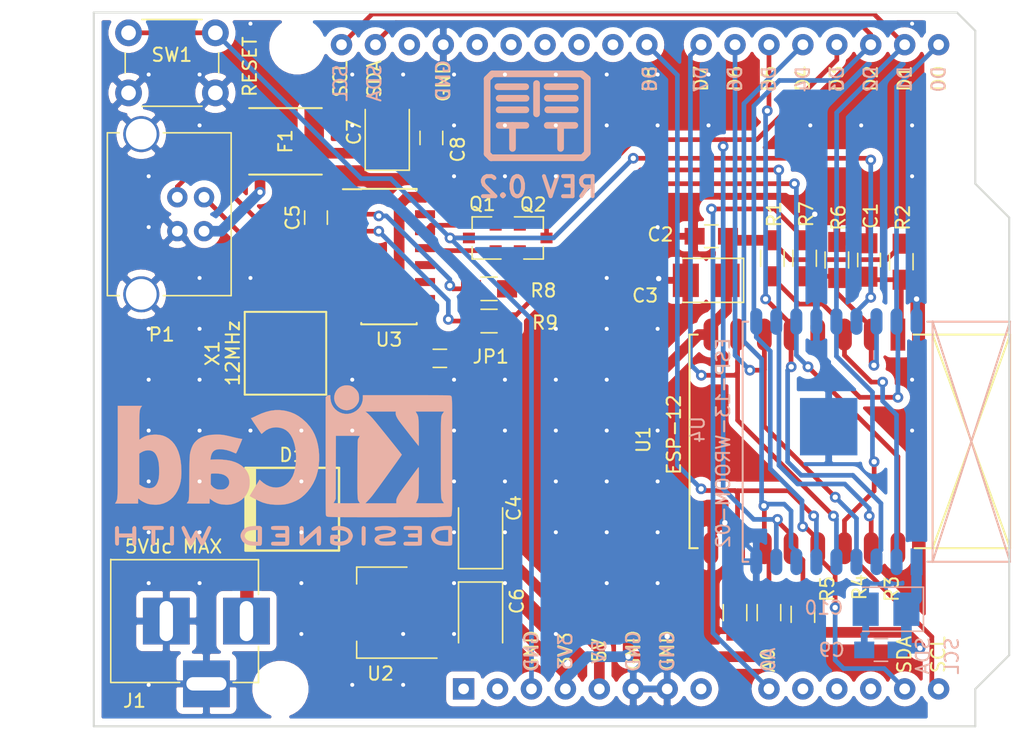
<source format=kicad_pcb>
(kicad_pcb (version 20170922) (host pcbnew "(2017-11-08 revision cd21218)-HEAD")
  (layers (0 F.Cu signal) (31 B.Cu signal) (34 B.Paste user) (35 F.Paste user) (36 B.SilkS user) (37 F.SilkS user) (38 B.Mask user) (39 F.Mask user) (44 Edge.Cuts user))
  (net 0 "")
  (net 1 /GPIO5)
  (net 2 /GPIO4)
  (net 3 GND)
  (net 4 /A0)
  (net 5 /RX)
  (net 6 /TX)
  (net 7 /RESET)
  (net 8 +3V3)
  (net 9 "Net-(C5-Pad1)")
  (net 10 +5V)
  (net 11 "Net-(JP1-Pad2)")
  (net 12 "Net-(P1-Pad2)")
  (net 13 "Net-(F1-Pad2)")
  (net 14 "Net-(P1-Pad3)")
  (net 15 /RTS)
  (net 16 /DTR)
  (net 17 /GPIO0)
  (net 18 /EN)
  (net 19 /GPIO2)
  (net 20 /GPIO15)
  (net 21 /ADC)
  (net 22 /GPIO16)
  (net 23 /GPIO14)
  (net 24 /GPIO12)
  (net 25 /GPIO13)
  (net 26 "Net-(U3-Pad7)")
  (net 27 "Net-(U3-Pad8)")
  (net 28 "Net-(R8-Pad1)")
  (net 29 "Net-(R9-Pad1)")
  (net 30 "Net-(D1-Pad2)")
  (module myfootprints:ESP-13-WROOM-02 (layer B.Cu) (at 172.72 120.904 90)
    (fp_text reference U4 (at 9.906 -16.383 90) (layer B.SilkS) (effects (justify mirror)))
    (fp_text value ESP-13-WROOM-02 (at 8.89 -14.478 90) (layer B.SilkS) (effects (justify mirror)))
    (pad 10 smd oval (at 18 -12 90) (size 2 0.9) (layers B.Cu B.Paste B.Mask) (net 2 /GPIO4))
    (pad 9 smd oval (at 0 -12 90) (size 2 0.9) (layers B.Cu B.Paste B.Mask) (net 3 GND))
    (pad 1 smd rect (at 0 0 90) (size 2 0.9) (layers B.Cu B.Paste B.Mask) (net 8 +3V3))
    (pad 2 smd oval (at 0 -1.5 90) (size 2 0.9) (layers B.Cu B.Paste B.Mask) (net 18 /EN))
    (pad 3 smd oval (at 0 -3 90) (size 2 0.9) (layers B.Cu B.Paste B.Mask) (net 23 /GPIO14))
    (pad 4 smd oval (at 0 -4.5 90) (size 2 0.9) (layers B.Cu B.Paste B.Mask) (net 24 /GPIO12))
    (pad 5 smd oval (at 0 -6 90) (size 2 0.9) (layers B.Cu B.Paste B.Mask) (net 25 /GPIO13))
    (pad 6 smd oval (at 0 -7.5 90) (size 2 0.9) (layers B.Cu B.Paste B.Mask) (net 20 /GPIO15))
    (pad 7 smd oval (at 0 -9 90) (size 2 0.9) (layers B.Cu B.Paste B.Mask) (net 19 /GPIO2))
    (pad 8 smd oval (at 0 -10.5 90) (size 2 0.9) (layers B.Cu B.Paste B.Mask) (net 17 /GPIO0))
    (pad 11 smd oval (at 18 -10.5 90) (size 2 0.9) (layers B.Cu B.Paste B.Mask) (net 5 /RX))
    (pad 12 smd oval (at 18 -9 90) (size 2 0.9) (layers B.Cu B.Paste B.Mask) (net 6 /TX))
    (pad 13 smd oval (at 18 -7.5 90) (size 2 0.9) (layers B.Cu B.Paste B.Mask) (net 3 GND))
    (pad 14 smd oval (at 18 -6 90) (size 2 0.9) (layers B.Cu B.Paste B.Mask) (net 1 /GPIO5))
    (pad 15 smd oval (at 18 -4.5 90) (size 2 0.9) (layers B.Cu B.Paste B.Mask) (net 7 /RESET))
    (pad 16 smd oval (at 18 -3 90) (size 2 0.9) (layers B.Cu B.Paste B.Mask) (net 21 /ADC))
    (pad 17 smd oval (at 18 -1.5 90) (size 2 0.9) (layers B.Cu B.Paste B.Mask) (net 22 /GPIO16))
    (pad 18 smd oval (at 18 0 90) (size 2 0.9) (layers B.Cu B.Paste B.Mask) (net 3 GND))
    (pad PAD smd rect (at 10.12 -6.58 90) (size 4.3 4.3) (layers B.Cu B.Paste B.Mask) (net 3 GND))
  )
  (module myfootprints:ESP-12 (layer F.Cu) (at 171.323 103.886 270)
    (fp_text reference U1 (at 7.874 19.05 90) (layer F.SilkS))
    (fp_text value ESP-12 (at 7.493 16.764 270) (layer F.SilkS))
    (pad 16 smd oval (at 16 0 270) (size 2.4 1.1) (layers F.Cu F.Paste F.Mask) (net 6 /TX))
    (pad 15 smd oval (at 16 2 270) (size 2.4 1.1) (layers F.Cu F.Paste F.Mask) (net 5 /RX))
    (pad 14 smd oval (at 16 4 270) (size 2.4 1.1) (layers F.Cu F.Paste F.Mask) (net 1 /GPIO5))
    (pad 13 smd oval (at 16 6 270) (size 2.4 1.1) (layers F.Cu F.Paste F.Mask) (net 2 /GPIO4))
    (pad 12 smd oval (at 16 8 270) (size 2.4 1.1) (layers F.Cu F.Paste F.Mask) (net 17 /GPIO0))
    (pad 11 smd oval (at 16 10 270) (size 2.4 1.1) (layers F.Cu F.Paste F.Mask) (net 19 /GPIO2))
    (pad 10 smd oval (at 16 12 270) (size 2.4 1.1) (layers F.Cu F.Paste F.Mask) (net 20 /GPIO15))
    (pad 9 smd oval (at 16 14 270) (size 2.4 1.1) (layers F.Cu F.Paste F.Mask) (net 3 GND))
    (pad 8 smd oval (at 0 14 270) (size 2.4 1.1) (layers F.Cu F.Paste F.Mask) (net 8 +3V3))
    (pad 7 smd oval (at 0 12 270) (size 2.4 1.1) (layers F.Cu F.Paste F.Mask) (net 25 /GPIO13))
    (pad 6 smd oval (at 0 10 270) (size 2.4 1.1) (layers F.Cu F.Paste F.Mask) (net 24 /GPIO12))
    (pad 5 smd oval (at 0 8 270) (size 2.4 1.1) (layers F.Cu F.Paste F.Mask) (net 23 /GPIO14))
    (pad 4 smd oval (at 0 6 270) (size 2.4 1.1) (layers F.Cu F.Paste F.Mask) (net 22 /GPIO16))
    (pad 3 smd oval (at 0 4 270) (size 2.4 1.1) (layers F.Cu F.Paste F.Mask) (net 18 /EN))
    (pad 2 smd oval (at 0 2 270) (size 2.4 1.1) (layers F.Cu F.Paste F.Mask) (net 21 /ADC))
    (pad 1 smd rect (at 0 0 270) (size 2.4 1.1) (layers F.Cu F.Paste F.Mask) (net 7 /RESET))
  )
  (module Connectors:BARREL_JACK (layer F.Cu) (at 122.555 125.349)
    (fp_text reference J1 (at -8.382 5.969 180) (layer F.SilkS))
    (fp_text value Barrel_Jack)
    (pad 1 thru_hole rect (at 0 0) (size 3.5 3.5) (drill oval 1 3) (layers *.Cu *.Mask) (net 30 "Net-(D1-Pad2)"))
    (pad 2 thru_hole rect (at -6 0) (size 3.5 3.5) (drill oval 1 3) (layers *.Cu *.Mask) (net 3 GND))
    (pad 3 thru_hole rect (at -3 4.7) (size 3.5 3.5) (drill oval 3 1) (layers *.Cu *.Mask) (net 3 GND))
  )
  (module Modules:Arduino_UNO_R3 (layer B.Cu) (at 138.811 130.429)
    (fp_text reference A1 hide)
    (fp_text value Arduino_UNO_R3)
    (pad 32 thru_hole oval (at -9.14 -48.26 270) (size 1.6 1.6) (drill 0.8) (layers *.Cu *.Mask) (net 1 /GPIO5))
    (pad 31 thru_hole oval (at -6.6 -48.26 270) (size 1.6 1.6) (drill 0.8) (layers *.Cu *.Mask) (net 2 /GPIO4))
    (pad 1 thru_hole rect (at 0 0 270) (size 1.6 1.6) (drill 0.8) (layers *.Cu *.Mask))
    (pad 17 thru_hole oval (at 30.48 -48.26 270) (size 1.6 1.6) (drill 0.8) (layers *.Cu *.Mask) (net 2 /GPIO4))
    (pad 2 thru_hole oval (at 2.54 0 270) (size 1.6 1.6) (drill 0.8) (layers *.Cu *.Mask))
    (pad 18 thru_hole oval (at 27.94 -48.26 270) (size 1.6 1.6) (drill 0.8) (layers *.Cu *.Mask) (net 17 /GPIO0))
    (pad 3 thru_hole oval (at 5.08 0 270) (size 1.6 1.6) (drill 0.8) (layers *.Cu *.Mask) (net 7 /RESET))
    (pad 19 thru_hole oval (at 25.4 -48.26 270) (size 1.6 1.6) (drill 0.8) (layers *.Cu *.Mask) (net 19 /GPIO2))
    (pad 4 thru_hole oval (at 7.62 0 270) (size 1.6 1.6) (drill 0.8) (layers *.Cu *.Mask) (net 8 +3V3))
    (pad 20 thru_hole oval (at 22.86 -48.26 270) (size 1.6 1.6) (drill 0.8) (layers *.Cu *.Mask) (net 23 /GPIO14))
    (pad 5 thru_hole oval (at 10.16 0 270) (size 1.6 1.6) (drill 0.8) (layers *.Cu *.Mask) (net 10 +5V))
    (pad 21 thru_hole oval (at 20.32 -48.26 270) (size 1.6 1.6) (drill 0.8) (layers *.Cu *.Mask) (net 24 /GPIO12))
    (pad 6 thru_hole oval (at 12.7 0 270) (size 1.6 1.6) (drill 0.8) (layers *.Cu *.Mask) (net 3 GND))
    (pad 22 thru_hole oval (at 17.78 -48.26 270) (size 1.6 1.6) (drill 0.8) (layers *.Cu *.Mask) (net 25 /GPIO13))
    (pad 7 thru_hole oval (at 15.24 0 270) (size 1.6 1.6) (drill 0.8) (layers *.Cu *.Mask) (net 3 GND))
    (pad 23 thru_hole oval (at 13.72 -48.26 270) (size 1.6 1.6) (drill 0.8) (layers *.Cu *.Mask) (net 20 /GPIO15))
    (pad 8 thru_hole oval (at 17.78 0 270) (size 1.6 1.6) (drill 0.8) (layers *.Cu *.Mask))
    (pad 24 thru_hole oval (at 11.18 -48.26 270) (size 1.6 1.6) (drill 0.8) (layers *.Cu *.Mask))
    (pad 9 thru_hole oval (at 22.86 0 270) (size 1.6 1.6) (drill 0.8) (layers *.Cu *.Mask) (net 4 /A0))
    (pad 25 thru_hole oval (at 8.64 -48.26 270) (size 1.6 1.6) (drill 0.8) (layers *.Cu *.Mask))
    (pad 10 thru_hole oval (at 25.4 0 270) (size 1.6 1.6) (drill 0.8) (layers *.Cu *.Mask))
    (pad 26 thru_hole oval (at 6.1 -48.26 270) (size 1.6 1.6) (drill 0.8) (layers *.Cu *.Mask))
    (pad 11 thru_hole oval (at 27.94 0 270) (size 1.6 1.6) (drill 0.8) (layers *.Cu *.Mask))
    (pad 27 thru_hole oval (at 3.56 -48.26 270) (size 1.6 1.6) (drill 0.8) (layers *.Cu *.Mask))
    (pad 12 thru_hole oval (at 30.48 0 270) (size 1.6 1.6) (drill 0.8) (layers *.Cu *.Mask))
    (pad 28 thru_hole oval (at 1.02 -48.26 270) (size 1.6 1.6) (drill 0.8) (layers *.Cu *.Mask))
    (pad 13 thru_hole oval (at 33.02 0 270) (size 1.6 1.6) (drill 0.8) (layers *.Cu *.Mask) (net 2 /GPIO4))
    (pad 29 thru_hole oval (at -1.52 -48.26 270) (size 1.6 1.6) (drill 0.8) (layers *.Cu *.Mask) (net 3 GND))
    (pad 14 thru_hole oval (at 35.56 0 270) (size 1.6 1.6) (drill 0.8) (layers *.Cu *.Mask) (net 1 /GPIO5))
    (pad 30 thru_hole oval (at -4.06 -48.26 270) (size 1.6 1.6) (drill 0.8) (layers *.Cu *.Mask))
    (pad 15 thru_hole oval (at 35.56 -48.26 270) (size 1.6 1.6) (drill 0.8) (layers *.Cu *.Mask) (net 22 /GPIO16))
    (pad 16 thru_hole oval (at 33.02 -48.26 270) (size 1.6 1.6) (drill 0.8) (layers *.Cu *.Mask) (net 1 /GPIO5))
  )
  (module Connectors:USB_B (layer F.Cu) (at 119.38 96.139 180)
    (fp_text reference P1 (at 3.175 -7.747) (layer F.SilkS))
    (fp_text value USB)
    (pad 2 thru_hole circle (at 0 2.54 90) (size 1.52 1.52) (drill 0.81) (layers *.Cu *.Mask) (net 12 "Net-(P1-Pad2)"))
    (pad 1 thru_hole circle (at 0 0 90) (size 1.52 1.52) (drill 0.81) (layers *.Cu *.Mask) (net 13 "Net-(F1-Pad2)"))
    (pad 4 thru_hole circle (at 2 0 90) (size 1.52 1.52) (drill 0.81) (layers *.Cu *.Mask) (net 3 GND))
    (pad 3 thru_hole circle (at 2 2.54 90) (size 1.52 1.52) (drill 0.81) (layers *.Cu *.Mask) (net 14 "Net-(P1-Pad3)"))
    (pad 5 thru_hole circle (at 4.7 7.27 90) (size 2.7 2.7) (drill 2.3) (layers *.Cu *.Mask) (net 3 GND))
    (pad 5 thru_hole circle (at 4.7 -4.73 90) (size 2.7 2.7) (drill 2.3) (layers *.Cu *.Mask) (net 3 GND))
  )
  (module myfootprints:my_logo (layer B.Cu) (at 144.272 88.138 180)
    (fp_text reference REF** hide)
    (fp_text value my_logo hide)
  )
  (module Symbols:KiCad-Logo2_12mm_SilkScreen (layer B.Cu) (at 125.349 113.665 180)
    (fp_text reference REF*** hide)
    (fp_text value KiCad-Logo2_12mm_SilkScreen hide)
  )
  (module Mounting_Holes:MountingHole_3.2mm_M3 (layer F.Cu) (at 125.095 130.429)
    (fp_text reference REF** hide)
    (fp_text value MountingHole_3.2mm_M3)
    (pad 1 np_thru_hole circle (at 0 0) (size 3.2 3.2) (drill 3.2) (layers *.Cu *.Mask))
  )
  (module Mounting_Holes:MountingHole_3.2mm_M3 (layer F.Cu) (at 126.365 82.296)
    (fp_text reference REF** hide)
    (fp_text value MountingHole_3.2mm_M3)
    (pad 1 np_thru_hole circle (at 0 0) (size 3.2 3.2) (drill 3.2) (layers *.Cu *.Mask))
  )
  (module Mounting_Holes:MountingHole_3.2mm_M3 (layer F.Cu) (at 177.165 97.536)
    (fp_text reference REF** hide)
    (fp_text value MountingHole_3.2mm_M3)
    (pad 1 np_thru_hole circle (at 0 0) (size 3.2 3.2) (drill 3.2) (layers *.Cu *.Mask))
  )
  (module Mounting_Holes:MountingHole_3.2mm_M3 (layer F.Cu) (at 177.292 125.476)
    (fp_text reference REF** hide)
    (fp_text value MountingHole_3.2mm_M3)
    (pad 1 np_thru_hole circle (at 0 0) (size 3.2 3.2) (drill 3.2) (layers *.Cu *.Mask))
  )
  (module Capacitors_SMD:C_0805_HandSoldering (layer F.Cu) (at 169.164 98.298 270)
    (fp_text reference C1 (at -3.302 -0.127 270) (layer F.SilkS))
    (fp_text value 100n)
    (pad 2 smd rect (at 1.25 0 270) (size 1.5 1.25) (layers F.Cu F.Paste F.Mask) (net 7 /RESET))
    (pad 1 smd rect (at -1.25 0 270) (size 1.5 1.25) (layers F.Cu F.Paste F.Mask) (net 3 GND))
  )
  (module Capacitors_SMD:C_0805_HandSoldering (layer F.Cu) (at 157.353 96.52)
    (fp_text reference C2 (at -3.81 -0.127) (layer F.SilkS))
    (fp_text value 100n)
    (pad 1 smd rect (at -1.25 0) (size 1.5 1.25) (layers F.Cu F.Paste F.Mask) (net 3 GND))
    (pad 2 smd rect (at 1.25 0) (size 1.5 1.25) (layers F.Cu F.Paste F.Mask) (net 8 +3V3))
  )
  (module Capacitors_SMD:C_0805_HandSoldering (layer F.Cu) (at 127.762 95.123 90)
    (fp_text reference C5 (at 0 -1.75 90) (layer F.SilkS))
    (fp_text value 10n)
    (pad 1 smd rect (at -1.25 0 90) (size 1.5 1.25) (layers F.Cu F.Paste F.Mask) (net 9 "Net-(C5-Pad1)"))
    (pad 2 smd rect (at 1.25 0 90) (size 1.5 1.25) (layers F.Cu F.Paste F.Mask) (net 3 GND))
  )
  (module Capacitors_SMD:C_0805_HandSoldering (layer F.Cu) (at 136.398 89.154 270)
    (fp_text reference C8 (at 0.8636 -1.9812 270) (layer F.SilkS))
    (fp_text value 100n)
    (pad 2 smd rect (at 1.25 0 270) (size 1.5 1.25) (layers F.Cu F.Paste F.Mask) (net 10 +5V))
    (pad 1 smd rect (at -1.25 0 270) (size 1.5 1.25) (layers F.Cu F.Paste F.Mask) (net 3 GND))
  )
  (module Resistors_SMD:R_0603_HandSoldering (layer F.Cu) (at 137.033 105.664 180)
    (fp_text reference JP1 (at -3.81 0.127 180) (layer F.SilkS))
    (fp_text value CTS)
    (pad 1 smd rect (at -1.1 0 180) (size 1.2 0.9) (layers F.Cu F.Paste F.Mask) (net 3 GND))
    (pad 2 smd rect (at 1.1 0 180) (size 1.2 0.9) (layers F.Cu F.Paste F.Mask) (net 11 "Net-(JP1-Pad2)"))
  )
  (module TO_SOT_Packages_SMD:SOT-23 (layer F.Cu) (at 140.208 96.647 180)
    (fp_text reference Q1 (at 0 2.54 180) (layer F.SilkS))
    (fp_text value 2N2222)
    (pad 3 smd rect (at 1 0 180) (size 0.9 0.8) (layers F.Cu F.Paste F.Mask) (net 7 /RESET))
    (pad 2 smd rect (at -1 0.95 180) (size 0.9 0.8) (layers F.Cu F.Paste F.Mask) (net 15 /RTS))
    (pad 1 smd rect (at -1 -0.95 180) (size 0.9 0.8) (layers F.Cu F.Paste F.Mask) (net 16 /DTR))
  )
  (module TO_SOT_Packages_SMD:SOT-23 (layer F.Cu) (at 144.018 96.647)
    (fp_text reference Q2 (at 0 -2.5) (layer F.SilkS))
    (fp_text value 2N2222)
    (pad 1 smd rect (at -1 -0.95) (size 0.9 0.8) (layers F.Cu F.Paste F.Mask) (net 15 /RTS))
    (pad 2 smd rect (at -1 0.95) (size 0.9 0.8) (layers F.Cu F.Paste F.Mask) (net 16 /DTR))
    (pad 3 smd rect (at 1 0) (size 0.9 0.8) (layers F.Cu F.Paste F.Mask) (net 17 /GPIO0))
  )
  (module Resistors_SMD:R_0805_HandSoldering (layer F.Cu) (at 161.925 98.171 90)
    (fp_text reference R1 (at 3.302 0.127 90) (layer F.SilkS))
    (fp_text value 10K)
    (pad 1 smd rect (at -1.35 0 90) (size 1.5 1.3) (layers F.Cu F.Paste F.Mask) (net 18 /EN))
    (pad 2 smd rect (at 1.35 0 90) (size 1.5 1.3) (layers F.Cu F.Paste F.Mask) (net 8 +3V3))
  )
  (module Resistors_SMD:R_0805_HandSoldering (layer F.Cu) (at 171.577 98.425 90)
    (fp_text reference R2 (at 3.302 0.127 90) (layer F.SilkS))
    (fp_text value 10K)
    (pad 1 smd rect (at -1.35 0 90) (size 1.5 1.3) (layers F.Cu F.Paste F.Mask) (net 7 /RESET))
    (pad 2 smd rect (at 1.35 0 90) (size 1.5 1.3) (layers F.Cu F.Paste F.Mask) (net 8 +3V3))
  )
  (module Resistors_SMD:R_0805_HandSoldering (layer F.Cu) (at 164.211 124.841 270)
    (fp_text reference R3 (at -1.905 -6.6548 270) (layer F.SilkS))
    (fp_text value 10K)
    (pad 2 smd rect (at 1.35 0 270) (size 1.5 1.3) (layers F.Cu F.Paste F.Mask) (net 8 +3V3))
    (pad 1 smd rect (at -1.35 0 270) (size 1.5 1.3) (layers F.Cu F.Paste F.Mask) (net 17 /GPIO0))
  )
  (module Resistors_SMD:R_0805_HandSoldering (layer F.Cu) (at 161.671 124.714 270)
    (fp_text reference R4 (at -1.905 -6.7818 270) (layer F.SilkS))
    (fp_text value 10K)
    (pad 1 smd rect (at -1.35 0 270) (size 1.5 1.3) (layers F.Cu F.Paste F.Mask) (net 19 /GPIO2))
    (pad 2 smd rect (at 1.35 0 270) (size 1.5 1.3) (layers F.Cu F.Paste F.Mask) (net 8 +3V3))
  )
  (module Resistors_SMD:R_0805_HandSoldering (layer F.Cu) (at 159.131 124.714 270)
    (fp_text reference R5 (at -1.778 -6.9088 270) (layer F.SilkS))
    (fp_text value 10K)
    (pad 2 smd rect (at 1.35 0 270) (size 1.5 1.3) (layers F.Cu F.Paste F.Mask) (net 3 GND))
    (pad 1 smd rect (at -1.35 0 270) (size 1.5 1.3) (layers F.Cu F.Paste F.Mask) (net 20 /GPIO15))
  )
  (module Resistors_SMD:R_0805_HandSoldering (layer F.Cu) (at 166.751 98.298 90)
    (fp_text reference R6 (at 3.175 0.127 90) (layer F.SilkS))
    (fp_text value 100K)
    (pad 1 smd rect (at -1.35 0 90) (size 1.5 1.3) (layers F.Cu F.Paste F.Mask) (net 21 /ADC))
    (pad 2 smd rect (at 1.35 0 90) (size 1.5 1.3) (layers F.Cu F.Paste F.Mask) (net 3 GND))
  )
  (module Resistors_SMD:R_0805_HandSoldering (layer F.Cu) (at 164.338 98.171 270)
    (fp_text reference R7 (at -3.302 -0.127 270) (layer F.SilkS))
    (fp_text value 220K)
    (pad 2 smd rect (at 1.35 0 270) (size 1.5 1.3) (layers F.Cu F.Paste F.Mask) (net 21 /ADC))
    (pad 1 smd rect (at -1.35 0 270) (size 1.5 1.3) (layers F.Cu F.Paste F.Mask) (net 4 /A0))
  )
  (module TO_SOT_Packages_SMD:SOT-223 (layer F.Cu) (at 132.715 124.714 180)
    (fp_text reference U2 (at 0.127 -4.572 180) (layer F.SilkS))
    (fp_text value AMS1117-3.3)
    (pad 4 smd rect (at 3.15 0 180) (size 2 3.8) (layers F.Cu F.Paste F.Mask))
    (pad 2 smd rect (at -3.15 0 180) (size 2 1.5) (layers F.Cu F.Paste F.Mask) (net 8 +3V3))
    (pad 3 smd rect (at -3.15 2.3 180) (size 2 1.5) (layers F.Cu F.Paste F.Mask) (net 10 +5V))
    (pad 1 smd rect (at -3.15 -2.3 180) (size 2 1.5) (layers F.Cu F.Paste F.Mask) (net 3 GND))
  )
  (module Housings_SOIC:SOIC-16_3.9x9.9mm_Pitch1.27mm (layer F.Cu) (at 133.223 98.044)
    (fp_text reference U3 (at 0 6.223) (layer F.SilkS))
    (fp_text value CH340G)
    (pad 1 smd rect (at -2.7 -4.445) (size 1.5 0.6) (layers F.Cu F.Paste F.Mask) (net 3 GND))
    (pad 2 smd rect (at -2.7 -3.175) (size 1.5 0.6) (layers F.Cu F.Paste F.Mask) (net 28 "Net-(R8-Pad1)"))
    (pad 3 smd rect (at -2.7 -1.905) (size 1.5 0.6) (layers F.Cu F.Paste F.Mask) (net 29 "Net-(R9-Pad1)"))
    (pad 4 smd rect (at -2.7 -0.635) (size 1.5 0.6) (layers F.Cu F.Paste F.Mask) (net 9 "Net-(C5-Pad1)"))
    (pad 5 smd rect (at -2.7 0.635) (size 1.5 0.6) (layers F.Cu F.Paste F.Mask) (net 14 "Net-(P1-Pad3)"))
    (pad 6 smd rect (at -2.7 1.905) (size 1.5 0.6) (layers F.Cu F.Paste F.Mask) (net 12 "Net-(P1-Pad2)"))
    (pad 7 smd rect (at -2.7 3.175) (size 1.5 0.6) (layers F.Cu F.Paste F.Mask) (net 26 "Net-(U3-Pad7)"))
    (pad 8 smd rect (at -2.7 4.445) (size 1.5 0.6) (layers F.Cu F.Paste F.Mask) (net 27 "Net-(U3-Pad8)"))
    (pad 9 smd rect (at 2.7 4.445) (size 1.5 0.6) (layers F.Cu F.Paste F.Mask) (net 11 "Net-(JP1-Pad2)"))
    (pad 10 smd rect (at 2.7 3.175) (size 1.5 0.6) (layers F.Cu F.Paste F.Mask))
    (pad 11 smd rect (at 2.7 1.905) (size 1.5 0.6) (layers F.Cu F.Paste F.Mask))
    (pad 12 smd rect (at 2.7 0.635) (size 1.5 0.6) (layers F.Cu F.Paste F.Mask))
    (pad 13 smd rect (at 2.7 -0.635) (size 1.5 0.6) (layers F.Cu F.Paste F.Mask) (net 16 /DTR))
    (pad 14 smd rect (at 2.7 -1.905) (size 1.5 0.6) (layers F.Cu F.Paste F.Mask) (net 15 /RTS))
    (pad 15 smd rect (at 2.7 -3.175) (size 1.5 0.6) (layers F.Cu F.Paste F.Mask))
    (pad 16 smd rect (at 2.7 -4.445) (size 1.5 0.6) (layers F.Cu F.Paste F.Mask) (net 10 +5V))
  )
  (module myfootprints:ZTTCS-3 (layer F.Cu) (at 125.476 105.283 270)
    (fp_text reference X1 (at 0 5.461 270) (layer F.SilkS))
    (fp_text value 12MHz (at 0 3.937 270) (layer F.SilkS))
    (pad 1 smd rect (at -1.95 0 270) (size 0.8 5.1) (layers F.Cu F.Paste F.Mask) (net 26 "Net-(U3-Pad7)"))
    (pad 2 smd rect (at 0 0 270) (size 1.3 5.1) (layers F.Cu F.Paste F.Mask) (net 3 GND))
    (pad 3 smd rect (at 1.95 0 270) (size 0.8 5.1) (layers F.Cu F.Paste F.Mask) (net 27 "Net-(U3-Pad8)"))
  )
  (module Buttons_Switches_THT:SW_PUSH_6mm (layer F.Cu) (at 113.7285 81.28)
    (fp_text reference SW1 (at 3.2385 1.651) (layer F.SilkS))
    (fp_text value RESET (at 9.0805 2.54 90) (layer F.SilkS))
    (pad 2 thru_hole circle (at 0 4.5 90) (size 2 2) (drill 1.1) (layers *.Cu *.Mask) (net 3 GND))
    (pad 1 thru_hole circle (at 0 0 90) (size 2 2) (drill 1.1) (layers *.Cu *.Mask) (net 7 /RESET))
    (pad 2 thru_hole circle (at 6.5 4.5 90) (size 2 2) (drill 1.1) (layers *.Cu *.Mask) (net 3 GND))
    (pad 1 thru_hole circle (at 6.5 0 90) (size 2 2) (drill 1.1) (layers *.Cu *.Mask) (net 7 /RESET))
  )
  (module Capacitors_Tantalum_SMD:CP_Tantalum_Case-B_EIA-3528-21_Reflow (layer F.Cu) (at 156.972 99.822 180)
    (fp_text reference C3 (at 4.572 -1.143 180) (layer F.SilkS))
    (fp_text value 10u)
    (pad 1 smd rect (at -1.525 0 180) (size 1.95 2.5) (layers F.Cu F.Paste F.Mask) (net 8 +3V3))
    (pad 2 smd rect (at 1.525 0 180) (size 1.95 2.5) (layers F.Cu F.Paste F.Mask) (net 3 GND))
  )
  (module Capacitors_Tantalum_SMD:CP_Tantalum_Case-B_EIA-3528-21_Reflow (layer F.Cu) (at 140.081 118.618 90)
    (fp_text reference C4 (at 1.7272 2.4892 90) (layer F.SilkS))
    (fp_text value 22u)
    (pad 2 smd rect (at 1.525 0 90) (size 1.95 2.5) (layers F.Cu F.Paste F.Mask) (net 3 GND))
    (pad 1 smd rect (at -1.525 0 90) (size 1.95 2.5) (layers F.Cu F.Paste F.Mask) (net 10 +5V))
  )
  (module Capacitors_Tantalum_SMD:CP_Tantalum_Case-B_EIA-3528-21_Reflow (layer F.Cu) (at 140.081 125.222 270)
    (fp_text reference C6 (at -1.3716 -2.7178 270) (layer F.SilkS))
    (fp_text value 22u)
    (pad 2 smd rect (at 1.525 0 270) (size 1.95 2.5) (layers F.Cu F.Paste F.Mask) (net 3 GND))
    (pad 1 smd rect (at -1.525 0 270) (size 1.95 2.5) (layers F.Cu F.Paste F.Mask) (net 8 +3V3))
  )
  (module Capacitors_Tantalum_SMD:CP_Tantalum_Case-B_EIA-3528-21_Reflow (layer F.Cu) (at 133.096 88.773 90)
    (fp_text reference C7 (at 0.0508 -2.4892 90) (layer F.SilkS))
    (fp_text value 10u)
    (pad 1 smd rect (at -1.525 0 90) (size 1.95 2.5) (layers F.Cu F.Paste F.Mask) (net 10 +5V))
    (pad 2 smd rect (at 1.525 0 90) (size 1.95 2.5) (layers F.Cu F.Paste F.Mask) (net 3 GND))
  )
  (module myfootprints:mf-smdf050 (layer F.Cu) (at 125.476 89.408 90)
    (fp_text reference F1 (at 0 0 90) (layer F.SilkS))
    (fp_text value MF-SMDF050)
    (pad 1 smd rect (at 0 2.15 90) (size 4.84 1.46) (layers F.Cu F.Paste F.Mask) (net 10 +5V))
    (pad 2 smd rect (at 0 -2.15 90) (size 4.84 1.46) (layers F.Cu F.Paste F.Mask) (net 13 "Net-(F1-Pad2)"))
  )
  (module Resistors_SMD:R_0805_HandSoldering (layer F.Cu) (at 140.716 100.457)
    (fp_text reference R8 (at 4.064 0.127) (layer F.SilkS))
    (fp_text value 470)
    (pad 2 smd rect (at 1.35 0) (size 1.5 1.3) (layers F.Cu F.Paste F.Mask) (net 5 /RX))
    (pad 1 smd rect (at -1.35 0) (size 1.5 1.3) (layers F.Cu F.Paste F.Mask) (net 28 "Net-(R8-Pad1)"))
  )
  (module Resistors_SMD:R_0805_HandSoldering (layer F.Cu) (at 140.716 102.87)
    (fp_text reference R9 (at 4.191 0.127) (layer F.SilkS))
    (fp_text value 470)
    (pad 1 smd rect (at -1.35 0) (size 1.5 1.3) (layers F.Cu F.Paste F.Mask) (net 29 "Net-(R9-Pad1)"))
    (pad 2 smd rect (at 1.35 0) (size 1.5 1.3) (layers F.Cu F.Paste F.Mask) (net 6 /TX))
  )
  (module Capacitors_SMD:C_0805_HandSoldering (layer B.Cu) (at 170.053 127.508)
    (fp_text reference C9 (at -3.683 0) (layer B.SilkS) (effects (justify mirror)))
    (fp_text value 100n)
    (pad 1 smd rect (at -1.25 0) (size 1.5 1.25) (layers B.Cu B.Paste B.Mask) (net 3 GND))
    (pad 2 smd rect (at 1.25 0) (size 1.5 1.25) (layers B.Cu B.Paste B.Mask) (net 8 +3V3))
  )
  (module Capacitors_Tantalum_SMD:CP_Tantalum_Case-B_EIA-3528-21_Reflow (layer B.Cu) (at 170.434 124.46 180)
    (fp_text reference C10 (at 4.650999 0.1105 180) (layer B.SilkS) (effects (justify mirror)))
    (fp_text value 10u)
    (pad 1 smd rect (at -1.525 0 180) (size 1.95 2.5) (layers B.Cu B.Paste B.Mask) (net 8 +3V3))
    (pad 2 smd rect (at 1.525 0 180) (size 1.95 2.5) (layers B.Cu B.Paste B.Mask) (net 3 GND))
  )
  (module w_smd_diode:do214ab (layer F.Cu) (at 125.984 116.967 180)
    (fp_text reference D1 (at 0 4.064 180) (layer F.SilkS))
    (fp_text value SS34 hide)
    (pad 2 smd rect (at 3.39852 0 180) (size 1.99898 3.19786) (layers F.Cu F.Paste F.Mask) (net 30 "Net-(D1-Pad2)"))
    (pad 1 smd rect (at -3.39852 0 180) (size 1.99898 3.19786) (layers F.Cu F.Paste F.Mask) (net 10 +5V))
  )
  (module VIA_MATRIX (layer F.Cu) (at 122.854999 80.5945)
    (fp_text reference V5_1 hide)
    (fp_text value AUTO_VIA hide)
    (pad 1 thru_hole circle (at 0 0) (size 0.4 0.4) (drill 0.3) (layers *.Cu) (net 3 GND) (clearance 0.3))
  )
  (module VIA_MATRIX (layer F.Cu) (at 172.384999 80.5945)
    (fp_text reference V18_1 hide)
    (fp_text value AUTO_VIA hide)
    (pad 1 thru_hole circle (at 0 0) (size 0.4 0.4) (drill 0.3) (layers *.Cu) (net 3 GND) (clearance 0.3))
  )
  (module VIA_MATRIX (layer F.Cu) (at 115.234999 84.4045)
    (fp_text reference V3_2 hide)
    (fp_text value AUTO_VIA hide)
    (pad 1 thru_hole circle (at 0 0) (size 0.4 0.4) (drill 0.3) (layers *.Cu) (net 3 GND) (clearance 0.3))
  )
  (module VIA_MATRIX (layer F.Cu) (at 119.044999 84.4045)
    (fp_text reference V4_2 hide)
    (fp_text value AUTO_VIA hide)
    (pad 1 thru_hole circle (at 0 0) (size 0.4 0.4) (drill 0.3) (layers *.Cu) (net 3 GND) (clearance 0.3))
  )
  (module VIA_MATRIX (layer F.Cu) (at 130.474999 84.4045)
    (fp_text reference V7_2 hide)
    (fp_text value AUTO_VIA hide)
    (pad 1 thru_hole circle (at 0 0) (size 0.4 0.4) (drill 0.3) (layers *.Cu) (net 3 GND) (clearance 0.3))
  )
  (module VIA_MATRIX (layer F.Cu) (at 134.284999 84.4045)
    (fp_text reference V8_2 hide)
    (fp_text value AUTO_VIA hide)
    (pad 1 thru_hole circle (at 0 0) (size 0.4 0.4) (drill 0.3) (layers *.Cu) (net 3 GND) (clearance 0.3))
  )
  (module VIA_MATRIX (layer F.Cu) (at 138.094999 84.4045)
    (fp_text reference V9_2 hide)
    (fp_text value AUTO_VIA hide)
    (pad 1 thru_hole circle (at 0 0) (size 0.4 0.4) (drill 0.3) (layers *.Cu) (net 3 GND) (clearance 0.3))
  )
  (module VIA_MATRIX (layer F.Cu) (at 141.904999 84.4045)
    (fp_text reference V10_2 hide)
    (fp_text value AUTO_VIA hide)
    (pad 1 thru_hole circle (at 0 0) (size 0.4 0.4) (drill 0.3) (layers *.Cu) (net 3 GND) (clearance 0.3))
  )
  (module VIA_MATRIX (layer F.Cu) (at 145.714999 84.4045)
    (fp_text reference V11_2 hide)
    (fp_text value AUTO_VIA hide)
    (pad 1 thru_hole circle (at 0 0) (size 0.4 0.4) (drill 0.3) (layers *.Cu) (net 3 GND) (clearance 0.3))
  )
  (module VIA_MATRIX (layer F.Cu) (at 149.524999 84.4045)
    (fp_text reference V12_2 hide)
    (fp_text value AUTO_VIA hide)
    (pad 1 thru_hole circle (at 0 0) (size 0.4 0.4) (drill 0.3) (layers *.Cu) (net 3 GND) (clearance 0.3))
  )
  (module VIA_MATRIX (layer F.Cu) (at 153.334999 84.4045)
    (fp_text reference V13_2 hide)
    (fp_text value AUTO_VIA hide)
    (pad 1 thru_hole circle (at 0 0) (size 0.4 0.4) (drill 0.3) (layers *.Cu) (net 3 GND) (clearance 0.3))
  )
  (module VIA_MATRIX (layer F.Cu) (at 157.144999 84.4045)
    (fp_text reference V14_2 hide)
    (fp_text value AUTO_VIA hide)
    (pad 1 thru_hole circle (at 0 0) (size 0.4 0.4) (drill 0.3) (layers *.Cu) (net 3 GND) (clearance 0.3))
  )
  (module VIA_MATRIX (layer F.Cu) (at 119.044999 88.2145)
    (fp_text reference V4_3 hide)
    (fp_text value AUTO_VIA hide)
    (pad 1 thru_hole circle (at 0 0) (size 0.4 0.4) (drill 0.3) (layers *.Cu) (net 3 GND) (clearance 0.3))
  )
  (module VIA_MATRIX (layer F.Cu) (at 130.474999 88.2145)
    (fp_text reference V7_3 hide)
    (fp_text value AUTO_VIA hide)
    (pad 1 thru_hole circle (at 0 0) (size 0.4 0.4) (drill 0.3) (layers *.Cu) (net 3 GND) (clearance 0.3))
  )
  (module VIA_MATRIX (layer F.Cu) (at 138.094999 88.2145)
    (fp_text reference V9_3 hide)
    (fp_text value AUTO_VIA hide)
    (pad 1 thru_hole circle (at 0 0) (size 0.4 0.4) (drill 0.3) (layers *.Cu) (net 3 GND) (clearance 0.3))
  )
  (module VIA_MATRIX (layer F.Cu) (at 141.904999 88.2145)
    (fp_text reference V10_3 hide)
    (fp_text value AUTO_VIA hide)
    (pad 1 thru_hole circle (at 0 0) (size 0.4 0.4) (drill 0.3) (layers *.Cu) (net 3 GND) (clearance 0.3))
  )
  (module VIA_MATRIX (layer F.Cu) (at 145.714999 88.2145)
    (fp_text reference V11_3 hide)
    (fp_text value AUTO_VIA hide)
    (pad 1 thru_hole circle (at 0 0) (size 0.4 0.4) (drill 0.3) (layers *.Cu) (net 3 GND) (clearance 0.3))
  )
  (module VIA_MATRIX (layer F.Cu) (at 149.524999 88.2145)
    (fp_text reference V12_3 hide)
    (fp_text value AUTO_VIA hide)
    (pad 1 thru_hole circle (at 0 0) (size 0.4 0.4) (drill 0.3) (layers *.Cu) (net 3 GND) (clearance 0.3))
  )
  (module VIA_MATRIX (layer F.Cu) (at 153.334999 88.2145)
    (fp_text reference V13_3 hide)
    (fp_text value AUTO_VIA hide)
    (pad 1 thru_hole circle (at 0 0) (size 0.4 0.4) (drill 0.3) (layers *.Cu) (net 3 GND) (clearance 0.3))
  )
  (module VIA_MATRIX (layer F.Cu) (at 157.144999 88.2145)
    (fp_text reference V14_3 hide)
    (fp_text value AUTO_VIA hide)
    (pad 1 thru_hole circle (at 0 0) (size 0.4 0.4) (drill 0.3) (layers *.Cu) (net 3 GND) (clearance 0.3))
  )
  (module VIA_MATRIX (layer F.Cu) (at 164.764999 88.2145)
    (fp_text reference V16_3 hide)
    (fp_text value AUTO_VIA hide)
    (pad 1 thru_hole circle (at 0 0) (size 0.4 0.4) (drill 0.3) (layers *.Cu) (net 3 GND) (clearance 0.3))
  )
  (module VIA_MATRIX (layer F.Cu) (at 168.574999 88.2145)
    (fp_text reference V17_3 hide)
    (fp_text value AUTO_VIA hide)
    (pad 1 thru_hole circle (at 0 0) (size 0.4 0.4) (drill 0.3) (layers *.Cu) (net 3 GND) (clearance 0.3))
  )
  (module VIA_MATRIX (layer F.Cu) (at 172.384999 88.2145)
    (fp_text reference V18_3 hide)
    (fp_text value AUTO_VIA hide)
    (pad 1 thru_hole circle (at 0 0) (size 0.4 0.4) (drill 0.3) (layers *.Cu) (net 3 GND) (clearance 0.3))
  )
  (module VIA_MATRIX (layer F.Cu) (at 115.234999 92.0245)
    (fp_text reference V3_4 hide)
    (fp_text value AUTO_VIA hide)
    (pad 1 thru_hole circle (at 0 0) (size 0.4 0.4) (drill 0.3) (layers *.Cu) (net 3 GND) (clearance 0.3))
  )
  (module VIA_MATRIX (layer F.Cu) (at 138.094999 92.0245)
    (fp_text reference V9_4 hide)
    (fp_text value AUTO_VIA hide)
    (pad 1 thru_hole circle (at 0 0) (size 0.4 0.4) (drill 0.3) (layers *.Cu) (net 3 GND) (clearance 0.3))
  )
  (module VIA_MATRIX (layer F.Cu) (at 141.904999 92.0245)
    (fp_text reference V10_4 hide)
    (fp_text value AUTO_VIA hide)
    (pad 1 thru_hole circle (at 0 0) (size 0.4 0.4) (drill 0.3) (layers *.Cu) (net 3 GND) (clearance 0.3))
  )
  (module VIA_MATRIX (layer F.Cu) (at 145.714999 92.0245)
    (fp_text reference V11_4 hide)
    (fp_text value AUTO_VIA hide)
    (pad 1 thru_hole circle (at 0 0) (size 0.4 0.4) (drill 0.3) (layers *.Cu) (net 3 GND) (clearance 0.3))
  )
  (module VIA_MATRIX (layer F.Cu) (at 172.384999 92.0245)
    (fp_text reference V18_4 hide)
    (fp_text value AUTO_VIA hide)
    (pad 1 thru_hole circle (at 0 0) (size 0.4 0.4) (drill 0.3) (layers *.Cu) (net 3 GND) (clearance 0.3))
  )
  (module VIA_MATRIX (layer F.Cu) (at 115.234999 95.8345)
    (fp_text reference V3_5 hide)
    (fp_text value AUTO_VIA hide)
    (pad 1 thru_hole circle (at 0 0) (size 0.4 0.4) (drill 0.3) (layers *.Cu) (net 3 GND) (clearance 0.3))
  )
  (module VIA_MATRIX (layer F.Cu) (at 153.334999 95.8345)
    (fp_text reference V13_5 hide)
    (fp_text value AUTO_VIA hide)
    (pad 1 thru_hole circle (at 0 0) (size 0.4 0.4) (drill 0.3) (layers *.Cu) (net 3 GND) (clearance 0.3))
  )
  (module VIA_MATRIX (layer F.Cu) (at 119.044999 99.6445)
    (fp_text reference V4_6 hide)
    (fp_text value AUTO_VIA hide)
    (pad 1 thru_hole circle (at 0 0) (size 0.4 0.4) (drill 0.3) (layers *.Cu) (net 3 GND) (clearance 0.3))
  )
  (module VIA_MATRIX (layer F.Cu) (at 122.854999 99.6445)
    (fp_text reference V5_6 hide)
    (fp_text value AUTO_VIA hide)
    (pad 1 thru_hole circle (at 0 0) (size 0.4 0.4) (drill 0.3) (layers *.Cu) (net 3 GND) (clearance 0.3))
  )
  (module VIA_MATRIX (layer F.Cu) (at 149.524999 99.6445)
    (fp_text reference V12_6 hide)
    (fp_text value AUTO_VIA hide)
    (pad 1 thru_hole circle (at 0 0) (size 0.4 0.4) (drill 0.3) (layers *.Cu) (net 3 GND) (clearance 0.3))
  )
  (module VIA_MATRIX (layer F.Cu) (at 115.234999 103.4545)
    (fp_text reference V3_7 hide)
    (fp_text value AUTO_VIA hide)
    (pad 1 thru_hole circle (at 0 0) (size 0.4 0.4) (drill 0.3) (layers *.Cu) (net 3 GND) (clearance 0.3))
  )
  (module VIA_MATRIX (layer F.Cu) (at 119.044999 103.4545)
    (fp_text reference V4_7 hide)
    (fp_text value AUTO_VIA hide)
    (pad 1 thru_hole circle (at 0 0) (size 0.4 0.4) (drill 0.3) (layers *.Cu) (net 3 GND) (clearance 0.3))
  )
  (module VIA_MATRIX (layer F.Cu) (at 145.714999 103.4545)
    (fp_text reference V11_7 hide)
    (fp_text value AUTO_VIA hide)
    (pad 1 thru_hole circle (at 0 0) (size 0.4 0.4) (drill 0.3) (layers *.Cu) (net 3 GND) (clearance 0.3))
  )
  (module VIA_MATRIX (layer F.Cu) (at 149.524999 103.4545)
    (fp_text reference V12_7 hide)
    (fp_text value AUTO_VIA hide)
    (pad 1 thru_hole circle (at 0 0) (size 0.4 0.4) (drill 0.3) (layers *.Cu) (net 3 GND) (clearance 0.3))
  )
  (module VIA_MATRIX (layer F.Cu) (at 153.334999 103.4545)
    (fp_text reference V13_7 hide)
    (fp_text value AUTO_VIA hide)
    (pad 1 thru_hole circle (at 0 0) (size 0.4 0.4) (drill 0.3) (layers *.Cu) (net 3 GND) (clearance 0.3))
  )
  (module VIA_MATRIX (layer F.Cu) (at 115.234999 107.2645)
    (fp_text reference V3_8 hide)
    (fp_text value AUTO_VIA hide)
    (pad 1 thru_hole circle (at 0 0) (size 0.4 0.4) (drill 0.3) (layers *.Cu) (net 3 GND) (clearance 0.3))
  )
  (module VIA_MATRIX (layer F.Cu) (at 119.044999 107.2645)
    (fp_text reference V4_8 hide)
    (fp_text value AUTO_VIA hide)
    (pad 1 thru_hole circle (at 0 0) (size 0.4 0.4) (drill 0.3) (layers *.Cu) (net 3 GND) (clearance 0.3))
  )
  (module VIA_MATRIX (layer F.Cu) (at 130.474999 107.2645)
    (fp_text reference V7_8 hide)
    (fp_text value AUTO_VIA hide)
    (pad 1 thru_hole circle (at 0 0) (size 0.4 0.4) (drill 0.3) (layers *.Cu) (net 3 GND) (clearance 0.3))
  )
  (module VIA_MATRIX (layer F.Cu) (at 138.094999 107.2645)
    (fp_text reference V9_8 hide)
    (fp_text value AUTO_VIA hide)
    (pad 1 thru_hole circle (at 0 0) (size 0.4 0.4) (drill 0.3) (layers *.Cu) (net 3 GND) (clearance 0.3))
  )
  (module VIA_MATRIX (layer F.Cu) (at 141.904999 107.2645)
    (fp_text reference V10_8 hide)
    (fp_text value AUTO_VIA hide)
    (pad 1 thru_hole circle (at 0 0) (size 0.4 0.4) (drill 0.3) (layers *.Cu) (net 3 GND) (clearance 0.3))
  )
  (module VIA_MATRIX (layer F.Cu) (at 145.714999 107.2645)
    (fp_text reference V11_8 hide)
    (fp_text value AUTO_VIA hide)
    (pad 1 thru_hole circle (at 0 0) (size 0.4 0.4) (drill 0.3) (layers *.Cu) (net 3 GND) (clearance 0.3))
  )
  (module VIA_MATRIX (layer F.Cu) (at 149.524999 107.2645)
    (fp_text reference V12_8 hide)
    (fp_text value AUTO_VIA hide)
    (pad 1 thru_hole circle (at 0 0) (size 0.4 0.4) (drill 0.3) (layers *.Cu) (net 3 GND) (clearance 0.3))
  )
  (module VIA_MATRIX (layer F.Cu) (at 172.384999 107.2645)
    (fp_text reference V18_8 hide)
    (fp_text value AUTO_VIA hide)
    (pad 1 thru_hole circle (at 0 0) (size 0.4 0.4) (drill 0.3) (layers *.Cu) (net 3 GND) (clearance 0.3))
  )
  (module VIA_MATRIX (layer F.Cu) (at 115.234999 111.0745)
    (fp_text reference V3_9 hide)
    (fp_text value AUTO_VIA hide)
    (pad 1 thru_hole circle (at 0 0) (size 0.4 0.4) (drill 0.3) (layers *.Cu) (net 3 GND) (clearance 0.3))
  )
  (module VIA_MATRIX (layer F.Cu) (at 119.044999 111.0745)
    (fp_text reference V4_9 hide)
    (fp_text value AUTO_VIA hide)
    (pad 1 thru_hole circle (at 0 0) (size 0.4 0.4) (drill 0.3) (layers *.Cu) (net 3 GND) (clearance 0.3))
  )
  (module VIA_MATRIX (layer F.Cu) (at 122.854999 111.0745)
    (fp_text reference V5_9 hide)
    (fp_text value AUTO_VIA hide)
    (pad 1 thru_hole circle (at 0 0) (size 0.4 0.4) (drill 0.3) (layers *.Cu) (net 3 GND) (clearance 0.3))
  )
  (module VIA_MATRIX (layer F.Cu) (at 126.664999 111.0745)
    (fp_text reference V6_9 hide)
    (fp_text value AUTO_VIA hide)
    (pad 1 thru_hole circle (at 0 0) (size 0.4 0.4) (drill 0.3) (layers *.Cu) (net 3 GND) (clearance 0.3))
  )
  (module VIA_MATRIX (layer F.Cu) (at 130.474999 111.0745)
    (fp_text reference V7_9 hide)
    (fp_text value AUTO_VIA hide)
    (pad 1 thru_hole circle (at 0 0) (size 0.4 0.4) (drill 0.3) (layers *.Cu) (net 3 GND) (clearance 0.3))
  )
  (module VIA_MATRIX (layer F.Cu) (at 138.094999 111.0745)
    (fp_text reference V9_9 hide)
    (fp_text value AUTO_VIA hide)
    (pad 1 thru_hole circle (at 0 0) (size 0.4 0.4) (drill 0.3) (layers *.Cu) (net 3 GND) (clearance 0.3))
  )
  (module VIA_MATRIX (layer F.Cu) (at 141.904999 111.0745)
    (fp_text reference V10_9 hide)
    (fp_text value AUTO_VIA hide)
    (pad 1 thru_hole circle (at 0 0) (size 0.4 0.4) (drill 0.3) (layers *.Cu) (net 3 GND) (clearance 0.3))
  )
  (module VIA_MATRIX (layer F.Cu) (at 145.714999 111.0745)
    (fp_text reference V11_9 hide)
    (fp_text value AUTO_VIA hide)
    (pad 1 thru_hole circle (at 0 0) (size 0.4 0.4) (drill 0.3) (layers *.Cu) (net 3 GND) (clearance 0.3))
  )
  (module VIA_MATRIX (layer F.Cu) (at 149.524999 111.0745)
    (fp_text reference V12_9 hide)
    (fp_text value AUTO_VIA hide)
    (pad 1 thru_hole circle (at 0 0) (size 0.4 0.4) (drill 0.3) (layers *.Cu) (net 3 GND) (clearance 0.3))
  )
  (module VIA_MATRIX (layer F.Cu) (at 153.334999 111.0745)
    (fp_text reference V13_9 hide)
    (fp_text value AUTO_VIA hide)
    (pad 1 thru_hole circle (at 0 0) (size 0.4 0.4) (drill 0.3) (layers *.Cu) (net 3 GND) (clearance 0.3))
  )
  (module VIA_MATRIX (layer F.Cu) (at 172.384999 111.0745)
    (fp_text reference V18_9 hide)
    (fp_text value AUTO_VIA hide)
    (pad 1 thru_hole circle (at 0 0) (size 0.4 0.4) (drill 0.3) (layers *.Cu) (net 3 GND) (clearance 0.3))
  )
  (module VIA_MATRIX (layer F.Cu) (at 115.234999 114.8845)
    (fp_text reference V3_10 hide)
    (fp_text value AUTO_VIA hide)
    (pad 1 thru_hole circle (at 0 0) (size 0.4 0.4) (drill 0.3) (layers *.Cu) (net 3 GND) (clearance 0.3))
  )
  (module VIA_MATRIX (layer F.Cu) (at 119.044999 114.8845)
    (fp_text reference V4_10 hide)
    (fp_text value AUTO_VIA hide)
    (pad 1 thru_hole circle (at 0 0) (size 0.4 0.4) (drill 0.3) (layers *.Cu) (net 3 GND) (clearance 0.3))
  )
  (module VIA_MATRIX (layer F.Cu) (at 126.664999 114.8845)
    (fp_text reference V6_10 hide)
    (fp_text value AUTO_VIA hide)
    (pad 1 thru_hole circle (at 0 0) (size 0.4 0.4) (drill 0.3) (layers *.Cu) (net 3 GND) (clearance 0.3))
  )
  (module VIA_MATRIX (layer F.Cu) (at 138.094999 114.8845)
    (fp_text reference V9_10 hide)
    (fp_text value AUTO_VIA hide)
    (pad 1 thru_hole circle (at 0 0) (size 0.4 0.4) (drill 0.3) (layers *.Cu) (net 3 GND) (clearance 0.3))
  )
  (module VIA_MATRIX (layer F.Cu) (at 141.904999 114.8845)
    (fp_text reference V10_10 hide)
    (fp_text value AUTO_VIA hide)
    (pad 1 thru_hole circle (at 0 0) (size 0.4 0.4) (drill 0.3) (layers *.Cu) (net 3 GND) (clearance 0.3))
  )
  (module VIA_MATRIX (layer F.Cu) (at 145.714999 114.8845)
    (fp_text reference V11_10 hide)
    (fp_text value AUTO_VIA hide)
    (pad 1 thru_hole circle (at 0 0) (size 0.4 0.4) (drill 0.3) (layers *.Cu) (net 3 GND) (clearance 0.3))
  )
  (module VIA_MATRIX (layer F.Cu) (at 149.524999 114.8845)
    (fp_text reference V12_10 hide)
    (fp_text value AUTO_VIA hide)
    (pad 1 thru_hole circle (at 0 0) (size 0.4 0.4) (drill 0.3) (layers *.Cu) (net 3 GND) (clearance 0.3))
  )
  (module VIA_MATRIX (layer F.Cu) (at 153.334999 114.8845)
    (fp_text reference V13_10 hide)
    (fp_text value AUTO_VIA hide)
    (pad 1 thru_hole circle (at 0 0) (size 0.4 0.4) (drill 0.3) (layers *.Cu) (net 3 GND) (clearance 0.3))
  )
  (module VIA_MATRIX (layer F.Cu) (at 115.234999 118.6945)
    (fp_text reference V3_11 hide)
    (fp_text value AUTO_VIA hide)
    (pad 1 thru_hole circle (at 0 0) (size 0.4 0.4) (drill 0.3) (layers *.Cu) (net 3 GND) (clearance 0.3))
  )
  (module VIA_MATRIX (layer F.Cu) (at 119.044999 118.6945)
    (fp_text reference V4_11 hide)
    (fp_text value AUTO_VIA hide)
    (pad 1 thru_hole circle (at 0 0) (size 0.4 0.4) (drill 0.3) (layers *.Cu) (net 3 GND) (clearance 0.3))
  )
  (module VIA_MATRIX (layer F.Cu) (at 126.664999 118.6945)
    (fp_text reference V6_11 hide)
    (fp_text value AUTO_VIA hide)
    (pad 1 thru_hole circle (at 0 0) (size 0.4 0.4) (drill 0.3) (layers *.Cu) (net 3 GND) (clearance 0.3))
  )
  (module VIA_MATRIX (layer F.Cu) (at 138.094999 118.6945)
    (fp_text reference V9_11 hide)
    (fp_text value AUTO_VIA hide)
    (pad 1 thru_hole circle (at 0 0) (size 0.4 0.4) (drill 0.3) (layers *.Cu) (net 3 GND) (clearance 0.3))
  )
  (module VIA_MATRIX (layer F.Cu) (at 141.904999 118.6945)
    (fp_text reference V10_11 hide)
    (fp_text value AUTO_VIA hide)
    (pad 1 thru_hole circle (at 0 0) (size 0.4 0.4) (drill 0.3) (layers *.Cu) (net 3 GND) (clearance 0.3))
  )
  (module VIA_MATRIX (layer F.Cu) (at 145.714999 118.6945)
    (fp_text reference V11_11 hide)
    (fp_text value AUTO_VIA hide)
    (pad 1 thru_hole circle (at 0 0) (size 0.4 0.4) (drill 0.3) (layers *.Cu) (net 3 GND) (clearance 0.3))
  )
  (module VIA_MATRIX (layer F.Cu) (at 149.524999 118.6945)
    (fp_text reference V12_11 hide)
    (fp_text value AUTO_VIA hide)
    (pad 1 thru_hole circle (at 0 0) (size 0.4 0.4) (drill 0.3) (layers *.Cu) (net 3 GND) (clearance 0.3))
  )
  (module VIA_MATRIX (layer F.Cu) (at 153.334999 118.6945)
    (fp_text reference V13_11 hide)
    (fp_text value AUTO_VIA hide)
    (pad 1 thru_hole circle (at 0 0) (size 0.4 0.4) (drill 0.3) (layers *.Cu) (net 3 GND) (clearance 0.3))
  )
  (module VIA_MATRIX (layer F.Cu) (at 115.234999 122.5045)
    (fp_text reference V3_12 hide)
    (fp_text value AUTO_VIA hide)
    (pad 1 thru_hole circle (at 0 0) (size 0.4 0.4) (drill 0.3) (layers *.Cu) (net 3 GND) (clearance 0.3))
  )
  (module VIA_MATRIX (layer F.Cu) (at 119.044999 122.5045)
    (fp_text reference V4_12 hide)
    (fp_text value AUTO_VIA hide)
    (pad 1 thru_hole circle (at 0 0) (size 0.4 0.4) (drill 0.3) (layers *.Cu) (net 3 GND) (clearance 0.3))
  )
  (module VIA_MATRIX (layer F.Cu) (at 126.664999 122.5045)
    (fp_text reference V6_12 hide)
    (fp_text value AUTO_VIA hide)
    (pad 1 thru_hole circle (at 0 0) (size 0.4 0.4) (drill 0.3) (layers *.Cu) (net 3 GND) (clearance 0.3))
  )
  (module VIA_MATRIX (layer F.Cu) (at 138.094999 122.5045)
    (fp_text reference V9_12 hide)
    (fp_text value AUTO_VIA hide)
    (pad 1 thru_hole circle (at 0 0) (size 0.4 0.4) (drill 0.3) (layers *.Cu) (net 3 GND) (clearance 0.3))
  )
  (module VIA_MATRIX (layer F.Cu) (at 141.904999 122.5045)
    (fp_text reference V10_12 hide)
    (fp_text value AUTO_VIA hide)
    (pad 1 thru_hole circle (at 0 0) (size 0.4 0.4) (drill 0.3) (layers *.Cu) (net 3 GND) (clearance 0.3))
  )
  (module VIA_MATRIX (layer F.Cu) (at 149.524999 122.5045)
    (fp_text reference V12_12 hide)
    (fp_text value AUTO_VIA hide)
    (pad 1 thru_hole circle (at 0 0) (size 0.4 0.4) (drill 0.3) (layers *.Cu) (net 3 GND) (clearance 0.3))
  )
  (module VIA_MATRIX (layer F.Cu) (at 153.334999 122.5045)
    (fp_text reference V13_12 hide)
    (fp_text value AUTO_VIA hide)
    (pad 1 thru_hole circle (at 0 0) (size 0.4 0.4) (drill 0.3) (layers *.Cu) (net 3 GND) (clearance 0.3))
  )
  (module VIA_MATRIX (layer F.Cu) (at 126.664999 126.3145)
    (fp_text reference V6_13 hide)
    (fp_text value AUTO_VIA hide)
    (pad 1 thru_hole circle (at 0 0) (size 0.4 0.4) (drill 0.3) (layers *.Cu) (net 3 GND) (clearance 0.3))
  )
  (module VIA_MATRIX (layer F.Cu) (at 134.284999 126.3145)
    (fp_text reference V8_13 hide)
    (fp_text value AUTO_VIA hide)
    (pad 1 thru_hole circle (at 0 0) (size 0.4 0.4) (drill 0.3) (layers *.Cu) (net 3 GND) (clearance 0.3))
  )
  (module VIA_MATRIX (layer F.Cu) (at 138.094999 126.3145)
    (fp_text reference V9_13 hide)
    (fp_text value AUTO_VIA hide)
    (pad 1 thru_hole circle (at 0 0) (size 0.4 0.4) (drill 0.3) (layers *.Cu) (net 3 GND) (clearance 0.3))
  )
  (module VIA_MATRIX (layer F.Cu) (at 145.714999 126.3145)
    (fp_text reference V11_13 hide)
    (fp_text value AUTO_VIA hide)
    (pad 1 thru_hole circle (at 0 0) (size 0.4 0.4) (drill 0.3) (layers *.Cu) (net 3 GND) (clearance 0.3))
  )
  (module VIA_MATRIX (layer F.Cu) (at 115.234999 130.1245)
    (fp_text reference V3_14 hide)
    (fp_text value AUTO_VIA hide)
    (pad 1 thru_hole circle (at 0 0) (size 0.4 0.4) (drill 0.3) (layers *.Cu) (net 3 GND) (clearance 0.3))
  )
  (module VIA_MATRIX (layer F.Cu) (at 130.474999 130.1245)
    (fp_text reference V7_14 hide)
    (fp_text value AUTO_VIA hide)
    (pad 1 thru_hole circle (at 0 0) (size 0.4 0.4) (drill 0.3) (layers *.Cu) (net 3 GND) (clearance 0.3))
  )
  (module VIA_MATRIX (layer F.Cu) (at 134.284999 130.1245)
    (fp_text reference V8_14 hide)
    (fp_text value AUTO_VIA hide)
    (pad 1 thru_hole circle (at 0 0) (size 0.4 0.4) (drill 0.3) (layers *.Cu) (net 3 GND) (clearance 0.3))
  )
  (gr_text SDA (at 132.1308 85.0392 90) (layer B.SilkS) (effects (font (size 1 1)) (justify mirror)))
  (gr_text GND (at 137.287 84.836 90) (layer B.SilkS) (effects (font (size 1 1)) (justify mirror)))
  (gr_text SCL (at 129.5908 85.0392 90) (layer B.SilkS) (effects (font (size 1 1)) (justify mirror)))
  (gr_text D4 (at 164.211 84.7598 90) (layer B.SilkS) (effects (font (size 1 1)) (justify mirror)))
  (gr_text D1 (at 171.831 84.7598 90) (layer B.SilkS) (effects (font (size 1 1)) (justify mirror)))
  (gr_text D0 (at 174.371 84.7598 90) (layer B.SilkS) (effects (font (size 1 1)) (justify mirror)))
  (gr_text D8 (at 152.7556 84.7344 90) (layer B.SilkS) (effects (font (size 1 1)) (justify mirror)))
  (gr_text D7 (at 156.591 84.7598 90) (layer B.SilkS) (effects (font (size 1 1)) (justify mirror)))
  (gr_text D6 (at 159.131 84.7598 90) (layer B.SilkS) (effects (font (size 1 1)) (justify mirror)))
  (gr_text D2 (at 169.291 84.7598 90) (layer B.SilkS) (effects (font (size 1 1)) (justify mirror)))
  (gr_text D3 (at 166.751 84.7598 90) (layer B.SilkS) (effects (font (size 1 1)) (justify mirror)))
  (gr_text D5 (at 161.671 84.7598 90) (layer B.SilkS) (effects (font (size 1 1)) (justify mirror)))
  (gr_text SCL (at 175.3616 127.9652 90) (layer B.SilkS) (effects (font (size 1 1)) (justify mirror)))
  (gr_text SDA (at 173.2026 127.9398 90) (layer B.SilkS) (effects (font (size 1 1)) (justify mirror)))
  (gr_text A0 (at 161.6202 128.2446 90) (layer B.SilkS) (effects (font (size 1 1)) (justify mirror)))
  (gr_text GND (at 143.891 127.635 90) (layer B.SilkS) (effects (font (size 1 1)) (justify mirror)))
  (gr_text 3V3 (at 146.431 127.635 90) (layer B.SilkS) (effects (font (size 1 1)) (justify mirror)))
  (gr_text GND (at 154.051 127.635 90) (layer B.SilkS) (effects (font (size 1 1)) (justify mirror)))
  (gr_text GND (at 151.511 127.635 90) (layer B.SilkS) (effects (font (size 1 1)) (justify mirror)))
  (gr_text 5V (at 148.971 127.635 90) (layer B.SilkS) (effects (font (size 1 1)) (justify mirror)))
  (gr_text SDA (at 132.1308 84.7344 90) (layer F.SilkS) (effects (font (size 1 1))))
  (gr_text SCL (at 129.5908 84.7344 90) (layer F.SilkS) (effects (font (size 1 1))))
  (gr_text GND (at 137.287 84.9376 90) (layer F.SilkS) (effects (font (size 1 1))))
  (gr_text GND (at 154.051 127.5588 90) (layer F.SilkS) (effects (font (size 1 1))))
  (gr_text GND (at 151.511 127.5588 90) (layer F.SilkS) (effects (font (size 1 1))))
  (gr_text 5V (at 148.971 127.5588 90) (layer F.SilkS) (effects (font (size 1 1))))
  (gr_text 3V3 (at 146.431 127.5588 90) (layer F.SilkS) (effects (font (size 1 1))))
  (gr_text GND (at 143.891 127.5588 90) (layer F.SilkS) (effects (font (size 1 1))))
  (gr_text A0 (at 161.5948 128.27 90) (layer F.SilkS) (effects (font (size 1 1))))
  (gr_text SCL (at 174.3456 127.8636 90) (layer F.SilkS) (effects (font (size 1 1))))
  (gr_text SDA (at 171.8056 127.8636 90) (layer F.SilkS) (effects (font (size 1 1))))
  (gr_text D8 (at 152.7556 84.7344 90) (layer F.SilkS) (effects (font (size 1 1))))
  (gr_text D0 (at 174.371 84.709 90) (layer F.SilkS) (effects (font (size 1 1))))
  (gr_text D1 (at 171.831 84.709 90) (layer F.SilkS) (effects (font (size 1 1))))
  (gr_text D2 (at 169.291 84.709 90) (layer F.SilkS) (effects (font (size 1 1))))
  (gr_text D3 (at 166.751 84.709 90) (layer F.SilkS) (effects (font (size 1 1))))
  (gr_text D4 (at 164.211 84.709 90) (layer F.SilkS) (effects (font (size 1 1))))
  (gr_text D5 (at 161.671 84.709 90) (layer F.SilkS) (effects (font (size 1 1))))
  (gr_text D6 (at 159.131 84.709 90) (layer F.SilkS) (effects (font (size 1 1))))
  (gr_text D7 (at 156.591 84.709 90) (layer F.SilkS) (effects (font (size 1 1))))
  (gr_text "5Vdc MAX" (at 117.094 119.761) (layer F.SilkS) (effects (font (size 1 1))))
  (gr_line (start 177.1142 81.1276) (end 175.7426 79.756) (layer Edge.Cuts) (width 0.15))
  (gr_text "REV 0.2" (at 144.399 92.837) (layer B.SilkS) (effects (font (size 1.5 1.5) (thickness 0.3)) (justify mirror)))
  (gr_line (start 111.125 79.756) (end 111.125 133.223) (layer Edge.Cuts) (width 0.15))
  (gr_line (start 175.7426 79.756) (end 111.125 79.756) (layer Edge.Cuts) (width 0.15))
  (gr_line (start 177.115604 92.583266) (end 177.115604 81.127494) (layer Edge.Cuts) (width 0.15))
  (gr_line (start 179.655604 95.122997) (end 177.115604 92.582997) (layer Edge.Cuts) (width 0.15))
  (gr_line (start 179.655604 127.895174) (end 179.655604 95.122997) (layer Edge.Cuts) (width 0.15))
  (gr_line (start 177.115604 130.435174) (end 179.655604 127.895174) (layer Edge.Cuts) (width 0.15))
  (gr_line (start 177.115604 133.229174) (end 177.115604 130.435174) (layer Edge.Cuts) (width 0.15))
  (gr_line (start 111.125 133.229174) (end 177.115604 133.229174) (layer Edge.Cuts) (width 0.15))
  (segment (start 166.72 102.904) (end 166.72 105.506) (width 0.35) (layer B.Cu) (net 1))
  (segment (start 166.72 105.506) (end 169.418 108.204) (width 0.35) (layer B.Cu) (net 1))
  (segment (start 169.418 108.204) (end 169.418 113.284) (width 0.35) (layer B.Cu) (net 1))
  (segment (start 169.418 113.284) (end 169.545 113.411) (width 0.35) (layer B.Cu) (net 1))
  (segment (start 169.545 113.284) (end 169.545 113.411) (width 0.35) (layer B.Cu) (net 1))
  (segment (start 167.323 119.886) (end 167.323 117.817002) (width 0.35) (layer F.Cu) (net 1))
  (segment (start 169.418 113.157) (end 169.545 113.284) (width 0.35) (layer B.Cu) (net 1))
  (segment (start 167.323 117.817002) (end 169.545 115.595002) (width 0.35) (layer F.Cu) (net 1))
  (segment (start 169.545 115.595002) (end 169.545 113.411) (width 0.35) (layer F.Cu) (net 1))
  (via (at 169.545 113.411) (size 0.8) (drill 0.4) (layers F.Cu B.Cu) (net 1))
  (segment (start 166.72 95.560004) (end 166.737002 95.543002) (width 0.35) (layer B.Cu) (net 1))
  (segment (start 166.737002 95.543002) (end 166.737002 87.262998) (width 0.35) (layer B.Cu) (net 1))
  (segment (start 166.72 102.904) (end 166.72 95.560004) (width 0.35) (layer B.Cu) (net 1))
  (segment (start 166.737002 87.262998) (end 171.831 82.169) (width 0.35) (layer B.Cu) (net 1))
  (segment (start 131.97201 79.86799) (end 169.52999 79.86799) (width 0.35) (layer F.Cu) (net 1))
  (segment (start 169.52999 79.86799) (end 171.831 82.169) (width 0.35) (layer F.Cu) (net 1))
  (segment (start 129.671 82.169) (end 131.97201 79.86799) (width 0.35) (layer F.Cu) (net 1))
  (segment (start 174.371 130.429) (end 173.863 129.921) (width 0.35) (layer F.Cu) (net 1))
  (segment (start 173.863 129.921) (end 173.863 126.525583) (width 0.35) (layer F.Cu) (net 1))
  (segment (start 173.863 126.525583) (end 167.323 119.985583) (width 0.35) (layer F.Cu) (net 1))
  (segment (start 167.323 119.985583) (end 167.323 119.886) (width 0.35) (layer F.Cu) (net 1))
  (segment (start 161.767979 113.949487) (end 164.141021 116.322529) (width 0.35) (layer B.Cu) (net 2))
  (segment (start 161.767979 105.125979) (end 161.767979 113.949487) (width 0.35) (layer B.Cu) (net 2))
  (segment (start 160.72 104.078) (end 161.767979 105.125979) (width 0.35) (layer B.Cu) (net 2))
  (segment (start 160.72 102.904) (end 160.72 104.078) (width 0.35) (layer B.Cu) (net 2))
  (segment (start 164.141021 116.322529) (end 164.141021 118.211325) (width 0.35) (layer B.Cu) (net 2))
  (segment (start 164.141021 118.211325) (end 164.19701 118.267314) (width 0.35) (layer B.Cu) (net 2))
  (segment (start 168.402 80.518) (end 169.291 81.407) (width 0.35) (layer F.Cu) (net 2))
  (segment (start 132.211 82.169) (end 132.211 82.038) (width 0.35) (layer F.Cu) (net 2))
  (segment (start 169.291 81.407) (end 169.291 82.169) (width 0.35) (layer F.Cu) (net 2))
  (segment (start 132.211 82.038) (end 133.731 80.518) (width 0.35) (layer F.Cu) (net 2))
  (segment (start 133.731 80.518) (end 168.402 80.518) (width 0.35) (layer F.Cu) (net 2))
  (segment (start 171.831 130.429) (end 170.307 128.905) (width 0.35) (layer B.Cu) (net 2))
  (via (at 166.624 124.333) (size 0.8) (drill 0.4) (layers F.Cu B.Cu) (net 2))
  (segment (start 167.259 128.905) (end 166.624 128.27) (width 0.35) (layer B.Cu) (net 2))
  (segment (start 166.624 128.27) (end 166.624 124.333) (width 0.35) (layer B.Cu) (net 2))
  (segment (start 166.624 121.837) (end 166.624 124.333) (width 0.35) (layer F.Cu) (net 2))
  (segment (start 170.307 128.905) (end 167.259 128.905) (width 0.35) (layer B.Cu) (net 2))
  (segment (start 165.323 120.536) (end 166.624 121.837) (width 0.35) (layer F.Cu) (net 2))
  (segment (start 165.323 119.886) (end 165.323 120.536) (width 0.35) (layer F.Cu) (net 2))
  (segment (start 166.610002 84.849998) (end 169.291 82.169) (width 0.35) (layer B.Cu) (net 2))
  (segment (start 162.449256 84.849998) (end 166.610002 84.849998) (width 0.35) (layer B.Cu) (net 2))
  (segment (start 160.541999 86.757255) (end 162.449256 84.849998) (width 0.35) (layer B.Cu) (net 2))
  (segment (start 160.72 102.904) (end 160.541999 102.725999) (width 0.35) (layer B.Cu) (net 2))
  (segment (start 160.541999 102.725999) (end 160.541999 86.757255) (width 0.35) (layer B.Cu) (net 2))
  (segment (start 165.323 119.236) (end 164.354314 118.267314) (width 0.35) (layer F.Cu) (net 2))
  (segment (start 164.354314 118.267314) (end 164.19701 118.267314) (width 0.35) (layer F.Cu) (net 2))
  (segment (start 165.323 119.886) (end 165.323 119.236) (width 0.35) (layer F.Cu) (net 2))
  (via (at 164.19701 118.267314) (size 0.8) (drill 0.4) (layers F.Cu B.Cu) (net 2))
  (via (at 165.1 94.869) (size 0.8) (drill 0.4) (layers F.Cu B.Cu) (net 3))
  (segment (start 165.22 94.989) (end 165.1 94.869) (width 0.35) (layer B.Cu) (net 3))
  (segment (start 165.22 102.904) (end 165.22 94.989) (width 0.35) (layer B.Cu) (net 3))
  (segment (start 163.83 93.599) (end 165.1 94.869) (width 0.35) (layer F.Cu) (net 3))
  (segment (start 156.103 96.52) (end 156.103 94.087) (width 0.35) (layer F.Cu) (net 3))
  (segment (start 156.103 94.087) (end 156.591 93.599) (width 0.35) (layer F.Cu) (net 3))
  (segment (start 156.591 93.599) (end 163.83 93.599) (width 0.35) (layer F.Cu) (net 3))
  (segment (start 153.543 99.822) (end 153.416 99.695) (width 0.35) (layer F.Cu) (net 3))
  (segment (start 155.447 99.822) (end 153.543 99.822) (width 0.35) (layer F.Cu) (net 3))
  (via (at 153.416 99.695) (size 0.8) (drill 0.4) (layers F.Cu B.Cu) (net 3))
  (segment (start 154.051 130.429) (end 154.051 126.492) (width 0.35) (layer B.Cu) (net 3))
  (via (at 154.051 126.492) (size 0.8) (drill 0.4) (layers F.Cu B.Cu) (net 3))
  (segment (start 158.369 117.983) (end 157.323 119.029) (width 0.35) (layer F.Cu) (net 3))
  (segment (start 157.323 119.029) (end 157.323 119.886) (width 0.35) (layer F.Cu) (net 3))
  (segment (start 158.369 118.003) (end 158.369 117.983) (width 0.35) (layer B.Cu) (net 3))
  (segment (start 160.72 120.354) (end 158.369 118.003) (width 0.35) (layer B.Cu) (net 3))
  (segment (start 160.72 120.904) (end 160.72 120.354) (width 0.35) (layer B.Cu) (net 3))
  (via (at 158.369 117.983) (size 0.8) (drill 0.4) (layers F.Cu B.Cu) (net 3))
  (segment (start 159.131 126.064) (end 159.131 125.964) (width 0.35) (layer F.Cu) (net 3))
  (segment (start 157.323 124.156) (end 157.323 119.886) (width 0.35) (layer F.Cu) (net 3))
  (segment (start 159.131 125.964) (end 157.323 124.156) (width 0.35) (layer F.Cu) (net 3))
  (segment (start 157.323 119.886) (end 157.323 120.536) (width 0.35) (layer F.Cu) (net 3))
  (segment (start 166.14 105.942) (end 166.14 110.784) (width 0.35) (layer B.Cu) (net 3))
  (segment (start 165.22 102.904) (end 165.22 105.022) (width 0.35) (layer B.Cu) (net 3))
  (segment (start 165.22 105.022) (end 166.14 105.942) (width 0.35) (layer B.Cu) (net 3))
  (segment (start 172.72 102.904) (end 172.72 101.219) (width 0.35) (layer B.Cu) (net 3))
  (via (at 172.72 101.219) (size 0.8) (drill 0.4) (layers F.Cu B.Cu) (net 3))
  (segment (start 157.479998 94.615002) (end 157.48 94.615) (width 0.35) (layer B.Cu) (net 4))
  (segment (start 157.48 94.615) (end 157.36699 94.50199) (width 0.35) (layer B.Cu) (net 4))
  (segment (start 157.479998 126.237998) (end 157.479998 94.615002) (width 0.35) (layer B.Cu) (net 4))
  (segment (start 161.671 130.429) (end 157.479998 126.237998) (width 0.35) (layer B.Cu) (net 4))
  (segment (start 157.36699 94.50199) (end 157.36699 94.47401) (width 0.35) (layer B.Cu) (net 4))
  (segment (start 164.338 96.721) (end 162.09101 94.47401) (width 0.35) (layer F.Cu) (net 4))
  (segment (start 164.338 96.821) (end 164.338 96.721) (width 0.35) (layer F.Cu) (net 4))
  (segment (start 162.09101 94.47401) (end 157.36699 94.47401) (width 0.35) (layer F.Cu) (net 4))
  (via (at 157.36699 94.47401) (size 0.8) (drill 0.4) (layers F.Cu B.Cu) (net 4))
  (segment (start 162.433 103.632) (end 162.417989 103.647011) (width 0.35) (layer B.Cu) (net 5))
  (segment (start 162.22 103.419) (end 162.433 103.632) (width 0.35) (layer B.Cu) (net 5))
  (segment (start 162.417989 103.647011) (end 162.417989 113.680243) (width 0.35) (layer B.Cu) (net 5))
  (segment (start 162.22 102.904) (end 162.22 103.419) (width 0.35) (layer B.Cu) (net 5))
  (segment (start 162.417989 113.680243) (end 163.814757 115.077011) (width 0.35) (layer B.Cu) (net 5))
  (segment (start 163.814757 115.077011) (end 167.345686 115.077011) (width 0.35) (layer B.Cu) (net 5))
  (segment (start 167.345686 115.077011) (end 169.17799 116.909315) (width 0.35) (layer B.Cu) (net 5))
  (segment (start 169.17799 116.909315) (end 169.17799 117.475) (width 0.35) (layer B.Cu) (net 5))
  (segment (start 152.06999 91.55301) (end 162.4038 91.55301) (width 0.35) (layer F.Cu) (net 5))
  (segment (start 162.4038 102.7202) (end 162.4038 91.55301) (width 0.35) (layer B.Cu) (net 5))
  (segment (start 143.166 100.457) (end 152.06999 91.55301) (width 0.35) (layer F.Cu) (net 5))
  (segment (start 162.22 102.904) (end 162.4038 102.7202) (width 0.35) (layer B.Cu) (net 5))
  (segment (start 142.066 100.457) (end 143.166 100.457) (width 0.35) (layer F.Cu) (net 5))
  (via (at 162.4038 91.55301) (size 0.8) (drill 0.4) (layers F.Cu B.Cu) (net 5))
  (via (at 169.17799 117.475) (size 0.8) (drill 0.4) (layers F.Cu B.Cu) (net 5))
  (segment (start 169.323 119.886) (end 169.323 117.62001) (width 0.35) (layer F.Cu) (net 5))
  (segment (start 169.323 117.62001) (end 169.17799 117.475) (width 0.35) (layer F.Cu) (net 5))
  (segment (start 171.323 113.03) (end 164.592 106.299) (width 0.35) (layer F.Cu) (net 6))
  (segment (start 163.72 102.904) (end 163.72 105.427) (width 0.35) (layer B.Cu) (net 6))
  (segment (start 163.72 105.427) (end 164.592 106.299) (width 0.35) (layer B.Cu) (net 6))
  (segment (start 171.323 119.886) (end 171.323 113.03) (width 0.35) (layer F.Cu) (net 6))
  (via (at 164.592 106.299) (size 0.8) (drill 0.4) (layers F.Cu B.Cu) (net 6))
  (segment (start 142.066 102.87) (end 142.295256 102.87) (width 0.35) (layer F.Cu) (net 6))
  (segment (start 142.295256 102.87) (end 152.582256 92.583) (width 0.35) (layer F.Cu) (net 6))
  (segment (start 152.582256 92.583) (end 163.575998 92.583) (width 0.35) (layer F.Cu) (net 6))
  (segment (start 163.72 102.904) (end 163.72 92.727002) (width 0.35) (layer B.Cu) (net 6))
  (segment (start 163.72 92.727002) (end 163.575998 92.583) (width 0.35) (layer B.Cu) (net 6))
  (via (at 163.575998 92.583) (size 0.8) (drill 0.4) (layers F.Cu B.Cu) (net 6))
  (segment (start 120.2285 81.28) (end 131.1505 92.202) (width 0.35) (layer B.Cu) (net 7))
  (segment (start 131.1505 92.202) (end 133.35 92.202) (width 0.35) (layer B.Cu) (net 7))
  (segment (start 133.35 92.202) (end 137.795 96.647) (width 0.35) (layer B.Cu) (net 7))
  (segment (start 113.7285 81.28) (end 120.2285 81.28) (width 0.35) (layer F.Cu) (net 7))
  (segment (start 143.891 130.429) (end 143.891 102.743) (width 0.35) (layer B.Cu) (net 7))
  (segment (start 143.891 102.743) (end 137.795 96.647) (width 0.35) (layer B.Cu) (net 7))
  (segment (start 151.511 90.678) (end 169.164 90.678) (width 0.35) (layer F.Cu) (net 7))
  (segment (start 169.164 90.678) (end 169.291 90.805) (width 0.35) (layer F.Cu) (net 7))
  (segment (start 145.542 96.647) (end 151.511 90.678) (width 0.35) (layer B.Cu) (net 7))
  (segment (start 137.795 96.647) (end 145.542 96.647) (width 0.35) (layer B.Cu) (net 7))
  (via (at 151.511 90.678) (size 0.8) (drill 0.4) (layers F.Cu B.Cu) (net 7))
  (segment (start 169.291 101.092) (end 169.291 90.805) (width 0.35) (layer B.Cu) (net 7))
  (via (at 169.291 90.805) (size 0.8) (drill 0.4) (layers F.Cu B.Cu) (net 7))
  (segment (start 171.577 99.775) (end 171.577 103.632) (width 0.35) (layer F.Cu) (net 7))
  (segment (start 171.577 103.632) (end 171.323 103.886) (width 0.35) (layer F.Cu) (net 7))
  (segment (start 169.291 101.092) (end 169.291 99.675) (width 0.35) (layer F.Cu) (net 7))
  (segment (start 169.291 99.675) (end 169.164 99.548) (width 0.35) (layer F.Cu) (net 7))
  (segment (start 168.22 102.904) (end 168.22 102.163) (width 0.35) (layer B.Cu) (net 7))
  (segment (start 168.22 102.163) (end 169.291 101.092) (width 0.35) (layer B.Cu) (net 7))
  (via (at 169.291 101.092) (size 0.8) (drill 0.4) (layers F.Cu B.Cu) (net 7))
  (segment (start 171.577 99.775) (end 169.391 99.775) (width 0.35) (layer F.Cu) (net 7))
  (segment (start 169.391 99.775) (end 169.164 99.548) (width 0.35) (layer F.Cu) (net 7))
  (segment (start 139.208 96.647) (end 137.795 96.647) (width 0.35) (layer F.Cu) (net 7))
  (via (at 137.795 96.647) (size 0.8) (drill 0.4) (layers F.Cu B.Cu) (net 7))
  (segment (start 151.13 128.016) (end 161.036 128.016) (width 0.8) (layer F.Cu) (net 8))
  (segment (start 161.036 128.016) (end 161.671 127.381) (width 0.8) (layer F.Cu) (net 8))
  (segment (start 161.671 127.381) (end 161.671 126.064) (width 0.8) (layer F.Cu) (net 8))
  (segment (start 164.211 126.191) (end 171.911 126.191) (width 0.8) (layer F.Cu) (net 8))
  (segment (start 171.911 126.191) (end 172.974 127.254) (width 0.8) (layer F.Cu) (net 8))
  (segment (start 172.974 127.254) (end 172.974 127.381) (width 0.8) (layer F.Cu) (net 8))
  (segment (start 151.13 128.016) (end 148.082 128.016) (width 0.8) (layer B.Cu) (net 8))
  (segment (start 148.082 128.016) (end 146.431 129.667) (width 0.8) (layer B.Cu) (net 8))
  (segment (start 146.431 129.667) (end 146.431 130.429) (width 0.8) (layer B.Cu) (net 8))
  (segment (start 135.865 124.714) (end 136.5 124.079) (width 0.8) (layer F.Cu) (net 8))
  (segment (start 136.5 124.079) (end 139.699 124.079) (width 0.8) (layer F.Cu) (net 8))
  (segment (start 139.699 124.079) (end 140.081 123.697) (width 0.8) (layer F.Cu) (net 8))
  (segment (start 172.974 127.381) (end 171.43 127.381) (width 0.8) (layer B.Cu) (net 8))
  (via (at 172.974 127.381) (size 0.8) (drill 0.4) (layers F.Cu B.Cu) (net 8))
  (segment (start 151.003 127.889) (end 151.13 128.016) (width 0.8) (layer B.Cu) (net 8))
  (via (at 151.13 128.016) (size 0.8) (drill 0.4) (layers F.Cu B.Cu) (net 8))
  (segment (start 157.323 103.886) (end 156.423 103.886) (width 0.8) (layer F.Cu) (net 8))
  (segment (start 151.13 109.179) (end 151.13 128.016) (width 0.8) (layer F.Cu) (net 8))
  (segment (start 156.423 103.886) (end 151.13 109.179) (width 0.8) (layer F.Cu) (net 8))
  (segment (start 157.196 103.759) (end 157.323 103.886) (width 0.8) (layer F.Cu) (net 8))
  (segment (start 140.081 123.697) (end 140.83037 123.697) (width 0.8) (layer F.Cu) (net 8))
  (segment (start 140.83037 123.697) (end 146.431 129.29763) (width 0.8) (layer F.Cu) (net 8))
  (segment (start 146.431 129.29763) (end 146.431 130.429) (width 0.8) (layer F.Cu) (net 8))
  (segment (start 157.323 103.886) (end 157.323 104.536) (width 0.8) (layer F.Cu) (net 8))
  (segment (start 158.497 99.822) (end 158.497 102.062) (width 0.8) (layer F.Cu) (net 8))
  (segment (start 158.497 102.062) (end 157.323 103.236) (width 0.8) (layer F.Cu) (net 8))
  (segment (start 157.323 103.236) (end 157.323 103.886) (width 0.8) (layer F.Cu) (net 8))
  (segment (start 158.603 96.52) (end 158.603 99.716) (width 0.8) (layer F.Cu) (net 8))
  (segment (start 158.603 99.716) (end 158.497 99.822) (width 0.8) (layer F.Cu) (net 8))
  (segment (start 161.925 96.821) (end 158.904 96.821) (width 0.8) (layer F.Cu) (net 8))
  (segment (start 158.904 96.821) (end 158.603 96.52) (width 0.8) (layer F.Cu) (net 8))
  (segment (start 171.577 97.075) (end 171.577 97.175) (width 0.8) (layer F.Cu) (net 8))
  (segment (start 161.925 96.921) (end 161.925 96.821) (width 0.8) (layer F.Cu) (net 8))
  (segment (start 171.577 97.175) (end 170.478999 98.273001) (width 0.35) (layer F.Cu) (net 8))
  (segment (start 163.277001 98.273001) (end 161.925 96.921) (width 0.35) (layer F.Cu) (net 8))
  (segment (start 170.478999 98.273001) (end 163.277001 98.273001) (width 0.35) (layer F.Cu) (net 8))
  (segment (start 171.43 127.381) (end 171.303 127.508) (width 0.8) (layer B.Cu) (net 8))
  (segment (start 164.211 126.191) (end 161.798 126.191) (width 0.8) (layer F.Cu) (net 8))
  (segment (start 161.798 126.191) (end 161.671 126.064) (width 0.8) (layer F.Cu) (net 8))
  (segment (start 171.959 124.46) (end 171.959 126.852) (width 0.8) (layer B.Cu) (net 8))
  (segment (start 171.959 126.852) (end 171.303 127.508) (width 0.8) (layer B.Cu) (net 8))
  (segment (start 172.72 120.904) (end 172.72 123.699) (width 0.8) (layer B.Cu) (net 8))
  (segment (start 172.72 123.699) (end 171.959 124.46) (width 0.8) (layer B.Cu) (net 8))
  (segment (start 130.523 97.409) (end 128.798 97.409) (width 0.35) (layer F.Cu) (net 9))
  (segment (start 128.798 97.409) (end 127.762 96.373) (width 0.35) (layer F.Cu) (net 9))
  (segment (start 133.985 94.187) (end 133.985 116.967) (width 0.8) (layer F.Cu) (net 10))
  (segment (start 133.985 116.967) (end 133.985 120.784) (width 0.8) (layer F.Cu) (net 10))
  (segment (start 129.38252 116.967) (end 133.985 116.967) (width 0.8) (layer F.Cu) (net 10))
  (segment (start 135.923 93.599) (end 134.573 93.599) (width 0.8) (layer F.Cu) (net 10))
  (segment (start 134.573 93.599) (end 133.985 94.187) (width 0.8) (layer F.Cu) (net 10))
  (segment (start 133.985 120.784) (end 135.615 122.414) (width 0.8) (layer F.Cu) (net 10))
  (segment (start 136.398 90.404) (end 136.398 93.124) (width 0.8) (layer F.Cu) (net 10))
  (segment (start 136.398 93.124) (end 135.923 93.599) (width 0.8) (layer F.Cu) (net 10))
  (segment (start 133.096 90.298) (end 136.292 90.298) (width 0.8) (layer F.Cu) (net 10))
  (segment (start 136.292 90.298) (end 136.398 90.404) (width 0.8) (layer F.Cu) (net 10))
  (segment (start 133.096 90.298) (end 128.516 90.298) (width 0.8) (layer F.Cu) (net 10))
  (segment (start 128.516 90.298) (end 127.626 89.408) (width 0.8) (layer F.Cu) (net 10))
  (segment (start 140.081 120.143) (end 138.556 120.143) (width 0.8) (layer F.Cu) (net 10))
  (segment (start 138.556 120.143) (end 136.285 122.414) (width 0.8) (layer F.Cu) (net 10))
  (segment (start 136.285 122.414) (end 135.865 122.414) (width 0.8) (layer F.Cu) (net 10))
  (segment (start 140.081 120.143) (end 141.681 120.143) (width 0.8) (layer F.Cu) (net 10))
  (segment (start 141.681 120.143) (end 148.971 127.433) (width 0.8) (layer F.Cu) (net 10))
  (segment (start 148.971 127.433) (end 148.971 130.429) (width 0.8) (layer F.Cu) (net 10))
  (segment (start 135.615 122.414) (end 135.865 122.414) (width 0.8) (layer F.Cu) (net 10))
  (segment (start 135.933 105.664) (end 135.933 102.499) (width 0.35) (layer F.Cu) (net 11))
  (segment (start 135.933 102.499) (end 135.923 102.489) (width 0.35) (layer F.Cu) (net 11))
  (segment (start 130.523 99.949) (end 125.73 99.949) (width 0.35) (layer F.Cu) (net 12))
  (segment (start 125.73 99.949) (end 119.38 93.599) (width 0.35) (layer F.Cu) (net 12))
  (segment (start 123.571 93.218) (end 123.571 89.653) (width 0.8) (layer F.Cu) (net 13))
  (segment (start 119.38 96.139) (end 120.65 96.139) (width 0.8) (layer B.Cu) (net 13))
  (segment (start 120.65 96.139) (end 123.571 93.218) (width 0.8) (layer B.Cu) (net 13))
  (via (at 123.571 93.218) (size 0.8) (drill 0.4) (layers F.Cu B.Cu) (net 13))
  (segment (start 123.571 89.653) (end 123.326 89.408) (width 0.8) (layer F.Cu) (net 13))
  (segment (start 118.11 92.075) (end 117.38 92.805) (width 0.35) (layer F.Cu) (net 14))
  (segment (start 120.142 92.075) (end 118.11 92.075) (width 0.35) (layer F.Cu) (net 14))
  (segment (start 130.523 98.679) (end 126.746 98.679) (width 0.35) (layer F.Cu) (net 14))
  (segment (start 126.746 98.679) (end 120.142 92.075) (width 0.35) (layer F.Cu) (net 14))
  (segment (start 117.38 92.805) (end 117.38 93.599) (width 0.35) (layer F.Cu) (net 14))
  (segment (start 143.018 95.697) (end 141.208 95.697) (width 0.35) (layer F.Cu) (net 15))
  (segment (start 141.208 95.697) (end 136.365 95.697) (width 0.35) (layer F.Cu) (net 15))
  (segment (start 136.365 95.697) (end 135.923 96.139) (width 0.35) (layer F.Cu) (net 15))
  (segment (start 143.018 97.597) (end 141.208 97.597) (width 0.35) (layer F.Cu) (net 16))
  (segment (start 135.923 97.409) (end 137.023 97.409) (width 0.35) (layer F.Cu) (net 16))
  (segment (start 137.211 97.597) (end 141.208 97.597) (width 0.35) (layer F.Cu) (net 16))
  (segment (start 137.023 97.409) (end 137.211 97.597) (width 0.35) (layer F.Cu) (net 16))
  (segment (start 163.323 119.886) (end 163.323 118.873) (width 0.35) (layer F.Cu) (net 17))
  (segment (start 163.323 118.873) (end 162.306 117.856) (width 0.35) (layer F.Cu) (net 17))
  (segment (start 162.306 117.856) (end 162.306 117.729) (width 0.35) (layer F.Cu) (net 17))
  (segment (start 158.242 115.443) (end 158.242 89.789001) (width 0.35) (layer B.Cu) (net 17))
  (segment (start 162.306 117.729) (end 160.528 117.729) (width 0.35) (layer B.Cu) (net 17))
  (segment (start 160.528 117.729) (end 158.242 115.443) (width 0.35) (layer B.Cu) (net 17))
  (segment (start 158.369 89.662001) (end 158.242 89.789001) (width 0.35) (layer F.Cu) (net 17))
  (segment (start 158.369 89.281) (end 158.369 89.662001) (width 0.35) (layer F.Cu) (net 17))
  (via (at 158.242 89.789001) (size 0.8) (drill 0.4) (layers F.Cu B.Cu) (net 17))
  (segment (start 145.018 95.875998) (end 145.018 96.647) (width 0.35) (layer F.Cu) (net 17))
  (segment (start 151.612998 89.281) (end 145.018 95.875998) (width 0.35) (layer F.Cu) (net 17))
  (segment (start 158.369 89.281) (end 151.612998 89.281) (width 0.35) (layer F.Cu) (net 17))
  (segment (start 166.751 83.30037) (end 160.77037 89.281) (width 0.35) (layer F.Cu) (net 17))
  (segment (start 166.751 82.169) (end 166.751 83.30037) (width 0.35) (layer F.Cu) (net 17))
  (segment (start 160.77037 89.281) (end 158.369 89.281) (width 0.35) (layer F.Cu) (net 17))
  (segment (start 162.22 120.904) (end 162.22 117.815) (width 0.35) (layer B.Cu) (net 17))
  (segment (start 162.22 117.815) (end 162.306 117.729) (width 0.35) (layer B.Cu) (net 17))
  (via (at 162.306 117.729) (size 0.8) (drill 0.4) (layers F.Cu B.Cu) (net 17))
  (segment (start 164.211 123.491) (end 164.211 120.774) (width 0.35) (layer F.Cu) (net 17))
  (segment (start 164.211 120.774) (end 163.323 119.886) (width 0.35) (layer F.Cu) (net 17))
  (segment (start 171.22 109.904002) (end 170.179998 108.864) (width 0.35) (layer B.Cu) (net 18))
  (segment (start 167.323 105.436) (end 169.329 107.442) (width 0.35) (layer F.Cu) (net 18))
  (segment (start 169.329 107.442) (end 170.179998 107.442) (width 0.35) (layer F.Cu) (net 18))
  (segment (start 167.323 103.886) (end 167.323 105.436) (width 0.35) (layer F.Cu) (net 18))
  (segment (start 171.22 120.904) (end 171.22 109.904002) (width 0.35) (layer B.Cu) (net 18))
  (segment (start 170.179998 108.864) (end 170.179998 107.442) (width 0.35) (layer B.Cu) (net 18))
  (via (at 170.179998 107.442) (size 0.8) (drill 0.4) (layers F.Cu B.Cu) (net 18))
  (segment (start 161.925 99.621) (end 163.904 101.6) (width 0.35) (layer F.Cu) (net 18))
  (segment (start 165.687 101.6) (end 167.323 103.236) (width 0.35) (layer F.Cu) (net 18))
  (segment (start 161.925 99.521) (end 161.925 99.621) (width 0.35) (layer F.Cu) (net 18))
  (segment (start 163.904 101.6) (end 165.687 101.6) (width 0.35) (layer F.Cu) (net 18))
  (segment (start 167.323 103.236) (end 167.323 103.886) (width 0.35) (layer F.Cu) (net 18))
  (segment (start 159.79499 86.58501) (end 164.211 82.169) (width 0.35) (layer B.Cu) (net 19))
  (segment (start 159.79499 104.397986) (end 159.79499 86.58501) (width 0.35) (layer B.Cu) (net 19))
  (segment (start 161.29 116.586) (end 161.117968 116.413968) (width 0.35) (layer B.Cu) (net 19))
  (segment (start 161.117968 105.720964) (end 159.79499 104.397986) (width 0.35) (layer B.Cu) (net 19))
  (segment (start 161.117968 116.413968) (end 161.117968 105.720964) (width 0.35) (layer B.Cu) (net 19))
  (segment (start 161.323 119.886) (end 161.323 116.746) (width 0.35) (layer F.Cu) (net 19))
  (via (at 161.29 116.713) (size 0.8) (drill 0.4) (layers F.Cu B.Cu) (net 19))
  (segment (start 161.29 116.586) (end 161.29 116.713) (width 0.35) (layer B.Cu) (net 19))
  (segment (start 161.323 116.746) (end 161.29 116.713) (width 0.35) (layer F.Cu) (net 19))
  (segment (start 163.322 117.094) (end 163.322 119.761) (width 0.35) (layer B.Cu) (net 19))
  (segment (start 161.29 116.586) (end 162.814 116.586) (width 0.35) (layer B.Cu) (net 19))
  (segment (start 162.814 116.586) (end 163.322 117.094) (width 0.35) (layer B.Cu) (net 19))
  (segment (start 163.322 119.761) (end 163.72 120.159) (width 0.35) (layer B.Cu) (net 19))
  (segment (start 163.72 120.159) (end 163.72 120.904) (width 0.35) (layer B.Cu) (net 19))
  (segment (start 161.671 123.364) (end 161.671 120.234) (width 0.35) (layer F.Cu) (net 19))
  (segment (start 161.671 120.234) (end 161.323 119.886) (width 0.35) (layer F.Cu) (net 19))
  (segment (start 156.190997 115.042997) (end 156.191001 115.042997) (width 0.35) (layer B.Cu) (net 20))
  (segment (start 154.813 113.665) (end 156.190997 115.042997) (width 0.35) (layer B.Cu) (net 20))
  (segment (start 154.813 84.451) (end 154.813 113.665) (width 0.35) (layer B.Cu) (net 20))
  (segment (start 152.531 82.169) (end 154.813 84.451) (width 0.35) (layer B.Cu) (net 20))
  (segment (start 156.191001 115.042997) (end 156.591 115.442996) (width 0.35) (layer B.Cu) (net 20))
  (segment (start 159.323 119.886) (end 159.323 115.762) (width 0.35) (layer F.Cu) (net 20))
  (segment (start 159.323 115.762) (end 159.131 115.57) (width 0.35) (layer F.Cu) (net 20))
  (segment (start 159.131 115.57) (end 156.718004 115.57) (width 0.35) (layer F.Cu) (net 20))
  (segment (start 156.718004 115.57) (end 156.591 115.442996) (width 0.35) (layer F.Cu) (net 20))
  (segment (start 159.323 119.886) (end 159.323 115.583998) (width 0.35) (layer F.Cu) (net 20))
  (segment (start 159.323 115.583998) (end 163.133859 115.583998) (width 0.35) (layer F.Cu) (net 20))
  (segment (start 163.133859 115.583998) (end 165.016023 117.466162) (width 0.35) (layer F.Cu) (net 20))
  (segment (start 165.22 120.904) (end 165.22 117.670139) (width 0.35) (layer B.Cu) (net 20))
  (via (at 165.016023 117.466162) (size 0.8) (drill 0.4) (layers F.Cu B.Cu) (net 20))
  (segment (start 165.22 117.670139) (end 165.016023 117.466162) (width 0.35) (layer B.Cu) (net 20))
  (via (at 156.591 115.442996) (size 0.8) (drill 0.4) (layers F.Cu B.Cu) (net 20))
  (segment (start 159.323 119.886) (end 159.323 123.072) (width 0.35) (layer F.Cu) (net 20))
  (segment (start 159.323 123.072) (end 159.131 123.264) (width 0.35) (layer F.Cu) (net 20))
  (segment (start 159.131 123.264) (end 159.131 123.364) (width 0.35) (layer F.Cu) (net 20))
  (segment (start 169.323 103.32) (end 169.323 103.886) (width 0.35) (layer F.Cu) (net 21))
  (segment (start 166.751 99.648) (end 166.751 100.748) (width 0.35) (layer F.Cu) (net 21))
  (segment (start 166.751 100.748) (end 169.323 103.32) (width 0.35) (layer F.Cu) (net 21))
  (segment (start 169.323 105.982548) (end 169.528726 106.188274) (width 0.35) (layer F.Cu) (net 21))
  (via (at 169.528726 106.188274) (size 0.8) (drill 0.4) (layers F.Cu B.Cu) (net 21))
  (segment (start 169.72 102.904) (end 169.72 105.997) (width 0.35) (layer B.Cu) (net 21))
  (segment (start 169.323 103.886) (end 169.323 105.982548) (width 0.35) (layer F.Cu) (net 21))
  (segment (start 169.72 105.997) (end 169.528726 106.188274) (width 0.35) (layer B.Cu) (net 21))
  (segment (start 164.338 99.521) (end 166.624 99.521) (width 0.35) (layer F.Cu) (net 21))
  (segment (start 166.624 99.521) (end 166.751 99.648) (width 0.35) (layer F.Cu) (net 21))
  (segment (start 171.22 102.904) (end 171.323 103.007) (width 0.35) (layer B.Cu) (net 22))
  (segment (start 171.323 103.007) (end 171.323 108.585) (width 0.35) (layer B.Cu) (net 22))
  (segment (start 168.472 108.585) (end 171.323 108.585) (width 0.35) (layer F.Cu) (net 22))
  (segment (start 165.323 105.436) (end 168.472 108.585) (width 0.35) (layer F.Cu) (net 22))
  (segment (start 165.323 103.886) (end 165.323 105.436) (width 0.35) (layer F.Cu) (net 22))
  (via (at 171.323 108.585) (size 0.8) (drill 0.4) (layers F.Cu B.Cu) (net 22))
  (segment (start 171.22 102.904) (end 171.22 85.32) (width 0.35) (layer B.Cu) (net 22))
  (segment (start 171.22 85.32) (end 174.371 82.169) (width 0.35) (layer B.Cu) (net 22))
  (segment (start 167.949256 114.427) (end 164.084 114.427) (width 0.35) (layer B.Cu) (net 23))
  (segment (start 169.72 120.354) (end 170.053 120.021) (width 0.35) (layer B.Cu) (net 23))
  (segment (start 170.053 116.530744) (end 167.949256 114.427) (width 0.35) (layer B.Cu) (net 23))
  (segment (start 164.084 114.427) (end 163.068 113.411) (width 0.35) (layer B.Cu) (net 23))
  (segment (start 169.72 120.904) (end 169.72 120.354) (width 0.35) (layer B.Cu) (net 23))
  (segment (start 170.053 120.021) (end 170.053 116.530744) (width 0.35) (layer B.Cu) (net 23))
  (segment (start 163.068 113.411) (end 163.068 106.569032) (width 0.35) (layer B.Cu) (net 23))
  (segment (start 163.068 106.569032) (end 163.338032 106.299) (width 0.35) (layer B.Cu) (net 23))
  (segment (start 161.671 86.995) (end 161.544 87.122) (width 0.35) (layer F.Cu) (net 23))
  (segment (start 161.417 101.219) (end 161.417 87.249) (width 0.35) (layer B.Cu) (net 23))
  (segment (start 161.671 82.169) (end 161.671 86.995) (width 0.35) (layer F.Cu) (net 23))
  (segment (start 161.417 87.249) (end 161.544 87.122) (width 0.35) (layer B.Cu) (net 23))
  (via (at 161.544 87.122) (size 0.8) (drill 0.4) (layers F.Cu B.Cu) (net 23))
  (via (at 161.417 101.219) (size 0.8) (drill 0.4) (layers F.Cu B.Cu) (net 23))
  (segment (start 163.323 103.886) (end 163.323 103.125) (width 0.35) (layer F.Cu) (net 23))
  (segment (start 163.323 103.125) (end 161.417 101.219) (width 0.35) (layer F.Cu) (net 23))
  (via (at 163.338032 106.299) (size 0.8) (drill 0.4) (layers F.Cu B.Cu) (net 23))
  (segment (start 163.323 103.886) (end 163.323 106.283968) (width 0.35) (layer F.Cu) (net 23))
  (segment (start 163.323 106.283968) (end 163.338032 106.299) (width 0.35) (layer F.Cu) (net 23))
  (segment (start 161.323 103.886) (end 161.323 106.52) (width 0.35) (layer F.Cu) (net 24))
  (segment (start 161.323 106.52) (end 161.29 106.553) (width 0.35) (layer F.Cu) (net 24))
  (segment (start 161.29 106.553) (end 160.242959 106.553) (width 0.35) (layer F.Cu) (net 24))
  (segment (start 159.131 105.441041) (end 160.242959 106.553) (width 0.35) (layer B.Cu) (net 24))
  (segment (start 159.131 82.169) (end 159.131 105.441041) (width 0.35) (layer B.Cu) (net 24))
  (via (at 160.242959 106.553) (size 0.8) (drill 0.4) (layers F.Cu B.Cu) (net 24))
  (segment (start 161.323 103.886) (end 161.323 110.757787) (width 0.35) (layer F.Cu) (net 24))
  (segment (start 168.22 117.654787) (end 166.62924 116.064027) (width 0.35) (layer B.Cu) (net 24))
  (segment (start 168.22 120.904) (end 168.22 117.654787) (width 0.35) (layer B.Cu) (net 24))
  (segment (start 161.323 110.757787) (end 166.62924 116.064027) (width 0.35) (layer F.Cu) (net 24))
  (via (at 166.62924 116.064027) (size 0.8) (drill 0.4) (layers F.Cu B.Cu) (net 24))
  (segment (start 155.791001 106.120011) (end 156.60499 106.934) (width 0.35) (layer B.Cu) (net 25))
  (segment (start 155.791001 82.968999) (end 155.791001 106.120011) (width 0.35) (layer B.Cu) (net 25))
  (segment (start 156.591 82.169) (end 155.791001 82.968999) (width 0.35) (layer B.Cu) (net 25))
  (segment (start 159.323 105.918) (end 159.323 106.742) (width 0.35) (layer F.Cu) (net 25))
  (segment (start 159.131 106.934) (end 156.60499 106.934) (width 0.35) (layer F.Cu) (net 25))
  (segment (start 159.323 106.742) (end 159.131 106.934) (width 0.35) (layer F.Cu) (net 25))
  (via (at 156.60499 106.934) (size 0.8) (drill 0.4) (layers F.Cu B.Cu) (net 25))
  (segment (start 159.323 105.918) (end 159.323 110.301) (width 0.35) (layer F.Cu) (net 25))
  (via (at 166.497 117.475) (size 0.8) (drill 0.4) (layers F.Cu B.Cu) (net 25))
  (segment (start 166.72 117.698) (end 166.497 117.475) (width 0.35) (layer B.Cu) (net 25))
  (segment (start 159.323 110.301) (end 166.497 117.475) (width 0.35) (layer F.Cu) (net 25))
  (segment (start 166.72 120.904) (end 166.72 117.698) (width 0.35) (layer B.Cu) (net 25))
  (segment (start 159.323 103.886) (end 159.323 105.918) (width 0.35) (layer F.Cu) (net 25))
  (segment (start 125.476 103.333) (end 125.476 102.583) (width 0.35) (layer F.Cu) (net 26))
  (segment (start 125.476 102.583) (end 126.84 101.219) (width 0.35) (layer F.Cu) (net 26))
  (segment (start 126.84 101.219) (end 130.523 101.219) (width 0.35) (layer F.Cu) (net 26))
  (segment (start 125.476 107.233) (end 128.376 107.233) (width 0.35) (layer F.Cu) (net 27))
  (segment (start 128.376 107.233) (end 130.523 105.086) (width 0.35) (layer F.Cu) (net 27))
  (segment (start 130.523 105.086) (end 130.523 102.489) (width 0.35) (layer F.Cu) (net 27))
  (segment (start 139.366 100.457) (end 138.016452 100.457) (width 0.35) (layer F.Cu) (net 28))
  (segment (start 138.016452 100.457) (end 137.778726 100.219274) (width 0.35) (layer F.Cu) (net 28))
  (segment (start 132.461 94.996) (end 133.026685 94.996) (width 0.35) (layer B.Cu) (net 28))
  (segment (start 137.778726 99.748041) (end 137.778726 100.219274) (width 0.35) (layer B.Cu) (net 28))
  (segment (start 133.026685 94.996) (end 137.778726 99.748041) (width 0.35) (layer B.Cu) (net 28))
  (via (at 137.778726 100.219274) (size 0.8) (drill 0.4) (layers F.Cu B.Cu) (net 28))
  (segment (start 130.523 94.869) (end 132.334 94.869) (width 0.35) (layer F.Cu) (net 28))
  (segment (start 132.334 94.869) (end 132.461 94.996) (width 0.35) (layer F.Cu) (net 28))
  (via (at 132.461 94.996) (size 0.8) (drill 0.4) (layers F.Cu B.Cu) (net 28))
  (segment (start 132.461002 96.139002) (end 132.461 96.139002) (width 0.35) (layer B.Cu) (net 29))
  (segment (start 137.668 102.743) (end 137.668 101.346) (width 0.35) (layer B.Cu) (net 29))
  (segment (start 137.668 101.346) (end 132.461002 96.139002) (width 0.35) (layer B.Cu) (net 29))
  (segment (start 130.523 96.139) (end 132.460998 96.139) (width 0.35) (layer F.Cu) (net 29))
  (segment (start 132.460998 96.139) (end 132.461 96.139002) (width 0.35) (layer F.Cu) (net 29))
  (via (at 132.461 96.139002) (size 0.8) (drill 0.4) (layers F.Cu B.Cu) (net 29))
  (segment (start 139.366 102.87) (end 137.795 102.87) (width 0.35) (layer F.Cu) (net 29))
  (segment (start 137.795 102.87) (end 137.668 102.743) (width 0.35) (layer F.Cu) (net 29))
  (via (at 137.668 102.743) (size 0.8) (drill 0.4) (layers F.Cu B.Cu) (net 29))
  (segment (start 122.58548 116.967) (end 122.58548 125.31852) (width 1) (layer F.Cu) (net 30))
  (segment (start 122.58548 125.31852) (end 122.555 125.349) (width 1) (layer F.Cu) (net 30))
  (zone (net 3) (net_name GND) (layer B.Cu) (connect_pads (clearance 0.508)) (min_thickness 0.254) (fill yes (arc_segments 32) (thermal_gap 0.508) (thermal_bridge_width 0.508) (smoothing chamfer))
    (polygon (pts (xy 110.871 79.502) (xy 179.578 79.502) (xy 178.689 133.223) (xy 110.871 133.223)))
  )
  (zone (net 3) (net_name GND) (layer F.Cu) (connect_pads (clearance 0.508)) (min_thickness 0.254) (fill yes (arc_segments 32) (thermal_gap 0.508) (thermal_bridge_width 0.508) (smoothing chamfer))
    (polygon (pts (xy 110.871 79.502) (xy 179.578 79.502) (xy 178.689 133.223) (xy 110.871 133.223)))
  )
  (zone (net 0) (net_name "") (layer F.Cu) (connect_pads (clearance 0.508)) (min_thickness 0.254)
    (keepout (tracks allowed) (vias allowed) (copperpour not_allowed))
    (fill yes (arc_segments 32) (thermal_gap 0.508) (thermal_bridge_width 0.508))
    (polygon (pts (xy 173.2915 79.629) (xy 179.451 79.629) (xy 179.451 133.223) (xy 173.429629 133.223)))
  )
  (zone (net 0) (net_name "") (layer B.Cu) (connect_pads (clearance 0.508)) (min_thickness 0.254)
    (keepout (tracks allowed) (vias allowed) (copperpour not_allowed))
    (fill yes (arc_segments 32) (thermal_gap 0.508) (thermal_bridge_width 0.508))
    (polygon (pts (xy 173.419154 79.502) (xy 179.451 79.502) (xy 179.451 133.223) (xy 173.55761 133.223)))
  )
  (zone (net 0) (net_name "") (layer F.Cu) (connect_pads (clearance 0.508)) (min_thickness 0.254)
    (keepout (tracks allowed) (vias allowed) (copperpour not_allowed))
    (fill yes (arc_segments 16) (thermal_gap 0.508) (thermal_bridge_width 0.508))
    (polygon (pts (xy 117.348 93.599) (xy 119.38 93.599) (xy 119.38 96.266) (xy 117.348 96.266)))
  )
  (zone (net 0) (net_name "") (layer B.Cu) (connect_pads (clearance 0.508)) (min_thickness 0.254)
    (keepout (tracks allowed) (vias allowed) (copperpour not_allowed))
    (fill yes (arc_segments 16) (thermal_gap 0.508) (thermal_bridge_width 0.508))
    (polygon (pts (xy 117.348 93.599) (xy 119.38 93.599) (xy 119.38 96.266) (xy 117.348 96.266)))
  )
)
</source>
